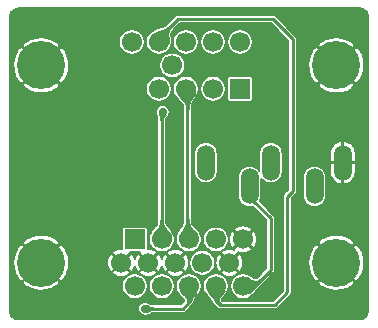
<source format=gbr>
G04 #@! TF.GenerationSoftware,KiCad,Pcbnew,(5.1.10-1-10_14)*
G04 #@! TF.CreationDate,2021-10-04T12:45:14-04:00*
G04 #@! TF.ProjectId,MVX_Audio_Separator,4d56585f-4175-4646-996f-5f5365706172,1*
G04 #@! TF.SameCoordinates,Original*
G04 #@! TF.FileFunction,Copper,L2,Bot*
G04 #@! TF.FilePolarity,Positive*
%FSLAX46Y46*%
G04 Gerber Fmt 4.6, Leading zero omitted, Abs format (unit mm)*
G04 Created by KiCad (PCBNEW (5.1.10-1-10_14)) date 2021-10-04 12:45:14*
%MOMM*%
%LPD*%
G01*
G04 APERTURE LIST*
G04 #@! TA.AperFunction,ComponentPad*
%ADD10O,1.508000X3.016000*%
G04 #@! TD*
G04 #@! TA.AperFunction,ComponentPad*
%ADD11C,1.700000*%
G04 #@! TD*
G04 #@! TA.AperFunction,ComponentPad*
%ADD12C,4.066000*%
G04 #@! TD*
G04 #@! TA.AperFunction,ComponentPad*
%ADD13R,1.700000X1.700000*%
G04 #@! TD*
G04 #@! TA.AperFunction,ViaPad*
%ADD14C,0.700000*%
G04 #@! TD*
G04 #@! TA.AperFunction,Conductor*
%ADD15C,0.250000*%
G04 #@! TD*
G04 #@! TA.AperFunction,Conductor*
%ADD16C,0.160000*%
G04 #@! TD*
G04 #@! TA.AperFunction,Conductor*
%ADD17C,0.152400*%
G04 #@! TD*
G04 #@! TA.AperFunction,Conductor*
%ADD18C,0.025400*%
G04 #@! TD*
G04 APERTURE END LIST*
D10*
X143310000Y-101160000D03*
X140910000Y-103160000D03*
X137210000Y-101160000D03*
X135410000Y-103160000D03*
X131710000Y-101160000D03*
D11*
X134845000Y-111610000D03*
X132555000Y-111610000D03*
X130265000Y-111610000D03*
X127975000Y-111610000D03*
X125685000Y-111610000D03*
X133700000Y-109630000D03*
X131410000Y-109630000D03*
X129120000Y-109630000D03*
X126830000Y-109630000D03*
X124540000Y-109630000D03*
X134845000Y-107650000D03*
X132555000Y-107650000D03*
X130265000Y-107650000D03*
X127975000Y-107650000D03*
D12*
X142760000Y-109630000D03*
X117770000Y-109630000D03*
D13*
X125685000Y-107650000D03*
D11*
X134595000Y-90940000D03*
X132305000Y-90940000D03*
X130015000Y-90940000D03*
X127725000Y-90940000D03*
X125435000Y-90940000D03*
X135740000Y-92920000D03*
X133450000Y-92920000D03*
X131160000Y-92920000D03*
X128870000Y-92920000D03*
X126580000Y-92920000D03*
D13*
X134595000Y-94900000D03*
D11*
X132305000Y-94900000D03*
X130015000Y-94900000D03*
X127725000Y-94900000D03*
D12*
X142760000Y-92920000D03*
X117770000Y-92920000D03*
D11*
X125435000Y-94900000D03*
D14*
X140730000Y-97570000D03*
X137030000Y-95130000D03*
X120720000Y-96280000D03*
X123620000Y-92810000D03*
X123620000Y-111710000D03*
X126770000Y-104580000D03*
X128990000Y-104580000D03*
X135820000Y-109590000D03*
X137400000Y-111850000D03*
X143480000Y-104690000D03*
X132740000Y-104550000D03*
X133070000Y-96920000D03*
X120720000Y-106090000D03*
X123620000Y-101430000D03*
X131410000Y-112980000D03*
X139670000Y-105510000D03*
X142800000Y-113120000D03*
X117730000Y-113120000D03*
X142800000Y-89410000D03*
X117800000Y-89410000D03*
X128060000Y-96880000D03*
X126570000Y-113520000D03*
D15*
X135690000Y-104390000D02*
X135600000Y-104390000D01*
X137180000Y-105880000D02*
X135690000Y-104390000D01*
X137180000Y-110260000D02*
X137180000Y-105880000D01*
X135830000Y-111610000D02*
X137180000Y-110260000D01*
X134845000Y-111610000D02*
X135830000Y-111610000D01*
X127960000Y-96980000D02*
X128060000Y-96880000D01*
X127960000Y-107690000D02*
X127960000Y-96980000D01*
X130140000Y-107540000D02*
X130260000Y-107660000D01*
X130140000Y-95025000D02*
X130140000Y-107540000D01*
X130015000Y-94900000D02*
X130140000Y-95025000D01*
X126570000Y-113520000D02*
X129750000Y-113520000D01*
X129750000Y-113520000D02*
X130300000Y-112970000D01*
X130300000Y-112970000D02*
X130300000Y-111670000D01*
X132920000Y-113210000D02*
X132560000Y-112850000D01*
X137530000Y-113210000D02*
X132920000Y-113210000D01*
X132560000Y-112850000D02*
X132560000Y-111630000D01*
X138610000Y-112130000D02*
X137530000Y-113210000D01*
X138610000Y-104020000D02*
X138610000Y-112130000D01*
X139050000Y-90680000D02*
X139050000Y-103580000D01*
X129360000Y-88990000D02*
X137360000Y-88990000D01*
X139050000Y-103580000D02*
X138610000Y-104020000D01*
X127725000Y-90625000D02*
X129360000Y-88990000D01*
X137360000Y-88990000D02*
X139050000Y-90680000D01*
X127725000Y-90940000D02*
X127725000Y-90625000D01*
D16*
X144867674Y-88114890D02*
X145000107Y-88154874D01*
X145122251Y-88219820D01*
X145229448Y-88307248D01*
X145317629Y-88413841D01*
X145383424Y-88535525D01*
X145424611Y-88668584D01*
X145439998Y-88806346D01*
X145440001Y-113685805D01*
X145425110Y-113837674D01*
X145385126Y-113970107D01*
X145320183Y-114092246D01*
X145232750Y-114199450D01*
X145126160Y-114287629D01*
X145004475Y-114353424D01*
X144871417Y-114394611D01*
X144733654Y-114409998D01*
X115844195Y-114410001D01*
X115692326Y-114395110D01*
X115559893Y-114355126D01*
X115437754Y-114290183D01*
X115330550Y-114202750D01*
X115242371Y-114096160D01*
X115176576Y-113974475D01*
X115135389Y-113841417D01*
X115120002Y-113703654D01*
X115120002Y-113461890D01*
X125980000Y-113461890D01*
X125980000Y-113578110D01*
X126002673Y-113692097D01*
X126047149Y-113799470D01*
X126111717Y-113896103D01*
X126193897Y-113978283D01*
X126290530Y-114042851D01*
X126397903Y-114087327D01*
X126511890Y-114110000D01*
X126628110Y-114110000D01*
X126742097Y-114087327D01*
X126849470Y-114042851D01*
X126870368Y-114028887D01*
X126892208Y-114017669D01*
X126900637Y-114013125D01*
X126952359Y-113983893D01*
X126956560Y-113981462D01*
X127001579Y-113954803D01*
X127039045Y-113933073D01*
X127068488Y-113917698D01*
X127093467Y-113907025D01*
X127119423Y-113898852D01*
X127152598Y-113892061D01*
X127198361Y-113887075D01*
X127263819Y-113885000D01*
X129732071Y-113885000D01*
X129750000Y-113886766D01*
X129767929Y-113885000D01*
X129767931Y-113885000D01*
X129821552Y-113879719D01*
X129890355Y-113858848D01*
X129953764Y-113824955D01*
X130009343Y-113779343D01*
X130020779Y-113765408D01*
X130545418Y-113240770D01*
X130559342Y-113229343D01*
X130575217Y-113210000D01*
X130604954Y-113173766D01*
X130638847Y-113110357D01*
X130643380Y-113095414D01*
X130659719Y-113041552D01*
X130663020Y-113008038D01*
X130696079Y-112943756D01*
X130701580Y-112932327D01*
X130746196Y-112832996D01*
X130746939Y-112831325D01*
X130787936Y-112738159D01*
X130829863Y-112652652D01*
X130879484Y-112569213D01*
X130945138Y-112480540D01*
X131039663Y-112376829D01*
X131111658Y-112304834D01*
X131230945Y-112126309D01*
X131313112Y-111927941D01*
X131355000Y-111717356D01*
X131355000Y-111502644D01*
X131313112Y-111292059D01*
X131230945Y-111093691D01*
X131111658Y-110915166D01*
X130959834Y-110763342D01*
X130781309Y-110644055D01*
X130582941Y-110561888D01*
X130372356Y-110520000D01*
X130157644Y-110520000D01*
X129947059Y-110561888D01*
X129748691Y-110644055D01*
X129570166Y-110763342D01*
X129418342Y-110915166D01*
X129299055Y-111093691D01*
X129216888Y-111292059D01*
X129175000Y-111502644D01*
X129175000Y-111717356D01*
X129216888Y-111927941D01*
X129299055Y-112126309D01*
X129418342Y-112304834D01*
X129437719Y-112324211D01*
X129514514Y-112417856D01*
X129525144Y-112429966D01*
X129629865Y-112541476D01*
X129632555Y-112544295D01*
X129730790Y-112645554D01*
X129808114Y-112732135D01*
X129854156Y-112797799D01*
X129868838Y-112833991D01*
X129869320Y-112848344D01*
X129857276Y-112880090D01*
X129792022Y-112961790D01*
X129598813Y-113155000D01*
X127263791Y-113155000D01*
X127198374Y-113152926D01*
X127152598Y-113147938D01*
X127119423Y-113141147D01*
X127093467Y-113132974D01*
X127068488Y-113122301D01*
X127039045Y-113106926D01*
X127001579Y-113085196D01*
X126956560Y-113058537D01*
X126952359Y-113056106D01*
X126900637Y-113026874D01*
X126892205Y-113022328D01*
X126870361Y-113011108D01*
X126849470Y-112997149D01*
X126742097Y-112952673D01*
X126628110Y-112930000D01*
X126511890Y-112930000D01*
X126397903Y-112952673D01*
X126290530Y-112997149D01*
X126193897Y-113061717D01*
X126111717Y-113143897D01*
X126047149Y-113240530D01*
X126002673Y-113347903D01*
X125980000Y-113461890D01*
X115120002Y-113461890D01*
X115120002Y-111282149D01*
X116181490Y-111282149D01*
X116410999Y-111577063D01*
X116816966Y-111804779D01*
X117259556Y-111948919D01*
X117721763Y-112003944D01*
X118185823Y-111967740D01*
X118633903Y-111841698D01*
X119048785Y-111630662D01*
X119129001Y-111577063D01*
X119186915Y-111502644D01*
X124595000Y-111502644D01*
X124595000Y-111717356D01*
X124636888Y-111927941D01*
X124719055Y-112126309D01*
X124838342Y-112304834D01*
X124990166Y-112456658D01*
X125168691Y-112575945D01*
X125367059Y-112658112D01*
X125577644Y-112700000D01*
X125792356Y-112700000D01*
X126002941Y-112658112D01*
X126201309Y-112575945D01*
X126379834Y-112456658D01*
X126531658Y-112304834D01*
X126650945Y-112126309D01*
X126733112Y-111927941D01*
X126775000Y-111717356D01*
X126775000Y-111502644D01*
X126885000Y-111502644D01*
X126885000Y-111717356D01*
X126926888Y-111927941D01*
X127009055Y-112126309D01*
X127128342Y-112304834D01*
X127280166Y-112456658D01*
X127458691Y-112575945D01*
X127657059Y-112658112D01*
X127867644Y-112700000D01*
X128082356Y-112700000D01*
X128292941Y-112658112D01*
X128491309Y-112575945D01*
X128669834Y-112456658D01*
X128821658Y-112304834D01*
X128940945Y-112126309D01*
X129023112Y-111927941D01*
X129065000Y-111717356D01*
X129065000Y-111502644D01*
X129023112Y-111292059D01*
X128940945Y-111093691D01*
X128821658Y-110915166D01*
X128669834Y-110763342D01*
X128491309Y-110644055D01*
X128292941Y-110561888D01*
X128082356Y-110520000D01*
X127867644Y-110520000D01*
X127657059Y-110561888D01*
X127458691Y-110644055D01*
X127280166Y-110763342D01*
X127128342Y-110915166D01*
X127009055Y-111093691D01*
X126926888Y-111292059D01*
X126885000Y-111502644D01*
X126775000Y-111502644D01*
X126733112Y-111292059D01*
X126650945Y-111093691D01*
X126531658Y-110915166D01*
X126379834Y-110763342D01*
X126201309Y-110644055D01*
X126002941Y-110561888D01*
X125792356Y-110520000D01*
X125577644Y-110520000D01*
X125367059Y-110561888D01*
X125168691Y-110644055D01*
X124990166Y-110763342D01*
X124838342Y-110915166D01*
X124719055Y-111093691D01*
X124636888Y-111292059D01*
X124595000Y-111502644D01*
X119186915Y-111502644D01*
X119358510Y-111282149D01*
X117770000Y-109693640D01*
X116181490Y-111282149D01*
X115120002Y-111282149D01*
X115120002Y-109581763D01*
X115396056Y-109581763D01*
X115432260Y-110045823D01*
X115558302Y-110493903D01*
X115769338Y-110908785D01*
X115822937Y-110989001D01*
X116117851Y-111218510D01*
X117706360Y-109630000D01*
X117833640Y-109630000D01*
X119422149Y-111218510D01*
X119717063Y-110989001D01*
X119944779Y-110583034D01*
X119990951Y-110441258D01*
X123792382Y-110441258D01*
X123879965Y-110615019D01*
X124084814Y-110724859D01*
X124307157Y-110792624D01*
X124538447Y-110815709D01*
X124769797Y-110793229D01*
X124992316Y-110726047D01*
X125197453Y-110616744D01*
X125200035Y-110615019D01*
X125287618Y-110441258D01*
X126082382Y-110441258D01*
X126169965Y-110615019D01*
X126374814Y-110724859D01*
X126597157Y-110792624D01*
X126828447Y-110815709D01*
X127059797Y-110793229D01*
X127282316Y-110726047D01*
X127487453Y-110616744D01*
X127490035Y-110615019D01*
X127577618Y-110441258D01*
X128372382Y-110441258D01*
X128459965Y-110615019D01*
X128664814Y-110724859D01*
X128887157Y-110792624D01*
X129118447Y-110815709D01*
X129349797Y-110793229D01*
X129572316Y-110726047D01*
X129777453Y-110616744D01*
X129780035Y-110615019D01*
X129867618Y-110441258D01*
X129120000Y-109693640D01*
X128372382Y-110441258D01*
X127577618Y-110441258D01*
X126830000Y-109693640D01*
X126082382Y-110441258D01*
X125287618Y-110441258D01*
X124540000Y-109693640D01*
X123792382Y-110441258D01*
X119990951Y-110441258D01*
X120088919Y-110140444D01*
X120143944Y-109678237D01*
X120140060Y-109628447D01*
X123354291Y-109628447D01*
X123376771Y-109859797D01*
X123443953Y-110082316D01*
X123553256Y-110287453D01*
X123554981Y-110290035D01*
X123728742Y-110377618D01*
X124476360Y-109630000D01*
X124603640Y-109630000D01*
X125351258Y-110377618D01*
X125525019Y-110290035D01*
X125634859Y-110085186D01*
X125685075Y-109920423D01*
X125733953Y-110082316D01*
X125843256Y-110287453D01*
X125844981Y-110290035D01*
X126018742Y-110377618D01*
X126766360Y-109630000D01*
X126893640Y-109630000D01*
X127641258Y-110377618D01*
X127815019Y-110290035D01*
X127924859Y-110085186D01*
X127975075Y-109920423D01*
X128023953Y-110082316D01*
X128133256Y-110287453D01*
X128134981Y-110290035D01*
X128308742Y-110377618D01*
X129056360Y-109630000D01*
X129183640Y-109630000D01*
X129931258Y-110377618D01*
X130105019Y-110290035D01*
X130214859Y-110085186D01*
X130282624Y-109862843D01*
X130305709Y-109631553D01*
X130295127Y-109522644D01*
X130320000Y-109522644D01*
X130320000Y-109737356D01*
X130361888Y-109947941D01*
X130444055Y-110146309D01*
X130563342Y-110324834D01*
X130715166Y-110476658D01*
X130893691Y-110595945D01*
X131092059Y-110678112D01*
X131302644Y-110720000D01*
X131517356Y-110720000D01*
X131727941Y-110678112D01*
X131926309Y-110595945D01*
X132104834Y-110476658D01*
X132140234Y-110441258D01*
X132952382Y-110441258D01*
X133039965Y-110615019D01*
X133244814Y-110724859D01*
X133467157Y-110792624D01*
X133698447Y-110815709D01*
X133929797Y-110793229D01*
X134152316Y-110726047D01*
X134357453Y-110616744D01*
X134360035Y-110615019D01*
X134447618Y-110441258D01*
X133700000Y-109693640D01*
X132952382Y-110441258D01*
X132140234Y-110441258D01*
X132256658Y-110324834D01*
X132375945Y-110146309D01*
X132458112Y-109947941D01*
X132500000Y-109737356D01*
X132500000Y-109628447D01*
X132514291Y-109628447D01*
X132536771Y-109859797D01*
X132603953Y-110082316D01*
X132713256Y-110287453D01*
X132714981Y-110290035D01*
X132888742Y-110377618D01*
X133636360Y-109630000D01*
X133763640Y-109630000D01*
X134511258Y-110377618D01*
X134685019Y-110290035D01*
X134794859Y-110085186D01*
X134862624Y-109862843D01*
X134885709Y-109631553D01*
X134863229Y-109400203D01*
X134796047Y-109177684D01*
X134686744Y-108972547D01*
X134685019Y-108969965D01*
X134511258Y-108882382D01*
X133763640Y-109630000D01*
X133636360Y-109630000D01*
X132888742Y-108882382D01*
X132714981Y-108969965D01*
X132605141Y-109174814D01*
X132537376Y-109397157D01*
X132514291Y-109628447D01*
X132500000Y-109628447D01*
X132500000Y-109522644D01*
X132458112Y-109312059D01*
X132375945Y-109113691D01*
X132256658Y-108935166D01*
X132140234Y-108818742D01*
X132952382Y-108818742D01*
X133700000Y-109566360D01*
X134447618Y-108818742D01*
X134414110Y-108752264D01*
X134612157Y-108812624D01*
X134843447Y-108835709D01*
X135074797Y-108813229D01*
X135297316Y-108746047D01*
X135502453Y-108636744D01*
X135505035Y-108635019D01*
X135592618Y-108461258D01*
X134845000Y-107713640D01*
X134097382Y-108461258D01*
X134130890Y-108527736D01*
X133932843Y-108467376D01*
X133701553Y-108444291D01*
X133470203Y-108466771D01*
X133247684Y-108533953D01*
X133042547Y-108643256D01*
X133039965Y-108644981D01*
X132952382Y-108818742D01*
X132140234Y-108818742D01*
X132104834Y-108783342D01*
X131926309Y-108664055D01*
X131727941Y-108581888D01*
X131517356Y-108540000D01*
X131302644Y-108540000D01*
X131092059Y-108581888D01*
X130893691Y-108664055D01*
X130715166Y-108783342D01*
X130563342Y-108935166D01*
X130444055Y-109113691D01*
X130361888Y-109312059D01*
X130320000Y-109522644D01*
X130295127Y-109522644D01*
X130283229Y-109400203D01*
X130216047Y-109177684D01*
X130106744Y-108972547D01*
X130105019Y-108969965D01*
X129931258Y-108882382D01*
X129183640Y-109630000D01*
X129056360Y-109630000D01*
X128308742Y-108882382D01*
X128134981Y-108969965D01*
X128025141Y-109174814D01*
X127974925Y-109339577D01*
X127926047Y-109177684D01*
X127816744Y-108972547D01*
X127815019Y-108969965D01*
X127641258Y-108882382D01*
X126893640Y-109630000D01*
X126766360Y-109630000D01*
X126018742Y-108882382D01*
X125844981Y-108969965D01*
X125735141Y-109174814D01*
X125684925Y-109339577D01*
X125636047Y-109177684D01*
X125526744Y-108972547D01*
X125525019Y-108969965D01*
X125351258Y-108882382D01*
X124603640Y-109630000D01*
X124476360Y-109630000D01*
X123728742Y-108882382D01*
X123554981Y-108969965D01*
X123445141Y-109174814D01*
X123377376Y-109397157D01*
X123354291Y-109628447D01*
X120140060Y-109628447D01*
X120107740Y-109214177D01*
X119996507Y-108818742D01*
X123792382Y-108818742D01*
X124540000Y-109566360D01*
X125287618Y-108818742D01*
X125248514Y-108741161D01*
X126121486Y-108741161D01*
X126082382Y-108818742D01*
X126830000Y-109566360D01*
X127577618Y-108818742D01*
X128372382Y-108818742D01*
X129120000Y-109566360D01*
X129867618Y-108818742D01*
X129780035Y-108644981D01*
X129575186Y-108535141D01*
X129352843Y-108467376D01*
X129121553Y-108444291D01*
X128890203Y-108466771D01*
X128667684Y-108533953D01*
X128462547Y-108643256D01*
X128459965Y-108644981D01*
X128372382Y-108818742D01*
X127577618Y-108818742D01*
X127490035Y-108644981D01*
X127285186Y-108535141D01*
X127062843Y-108467376D01*
X126831553Y-108444291D01*
X126776161Y-108449673D01*
X126776161Y-107542644D01*
X126885000Y-107542644D01*
X126885000Y-107757356D01*
X126926888Y-107967941D01*
X127009055Y-108166309D01*
X127128342Y-108344834D01*
X127280166Y-108496658D01*
X127458691Y-108615945D01*
X127657059Y-108698112D01*
X127867644Y-108740000D01*
X128082356Y-108740000D01*
X128292941Y-108698112D01*
X128491309Y-108615945D01*
X128669834Y-108496658D01*
X128821658Y-108344834D01*
X128940945Y-108166309D01*
X129023112Y-107967941D01*
X129065000Y-107757356D01*
X129065000Y-107542644D01*
X129023112Y-107332059D01*
X128940945Y-107133691D01*
X128893479Y-107062654D01*
X128854021Y-106993759D01*
X128841576Y-106974271D01*
X128752288Y-106848274D01*
X128741539Y-106834233D01*
X128652783Y-106726739D01*
X128647435Y-106720483D01*
X128563363Y-106625493D01*
X128491189Y-106540798D01*
X128434648Y-106462901D01*
X128391148Y-106382940D01*
X128357547Y-106288160D01*
X128334265Y-106164251D01*
X128325000Y-105993486D01*
X128325000Y-97574493D01*
X128327055Y-97519493D01*
X128331587Y-97484778D01*
X128336978Y-97463329D01*
X128342407Y-97449746D01*
X128349437Y-97437358D01*
X128361599Y-97420789D01*
X128382102Y-97397232D01*
X128412156Y-97365641D01*
X128449627Y-97326995D01*
X128452533Y-97323945D01*
X128483184Y-97291202D01*
X128518283Y-97256103D01*
X128582851Y-97159470D01*
X128627327Y-97052097D01*
X128650000Y-96938110D01*
X128650000Y-96821890D01*
X128627327Y-96707903D01*
X128582851Y-96600530D01*
X128518283Y-96503897D01*
X128436103Y-96421717D01*
X128339470Y-96357149D01*
X128232097Y-96312673D01*
X128118110Y-96290000D01*
X128001890Y-96290000D01*
X127887903Y-96312673D01*
X127780530Y-96357149D01*
X127683897Y-96421717D01*
X127601717Y-96503897D01*
X127537149Y-96600530D01*
X127492673Y-96707903D01*
X127470000Y-96821890D01*
X127470000Y-96938110D01*
X127483859Y-97007786D01*
X127493257Y-97056828D01*
X127495723Y-97068200D01*
X127511157Y-97131869D01*
X127513591Y-97141103D01*
X127529603Y-97197291D01*
X127531067Y-97202227D01*
X127546853Y-97253428D01*
X127560807Y-97299466D01*
X127572029Y-97341359D01*
X127581050Y-97384126D01*
X127588172Y-97433246D01*
X127593073Y-97493896D01*
X127595001Y-97572974D01*
X127595000Y-105993554D01*
X127585677Y-106167188D01*
X127562184Y-106294005D01*
X127528200Y-106391734D01*
X127484241Y-106474652D01*
X127427496Y-106555525D01*
X127355689Y-106643498D01*
X127273264Y-106741683D01*
X127267402Y-106748948D01*
X127181463Y-106859802D01*
X127170650Y-106874924D01*
X127085090Y-107004953D01*
X127073059Y-107025366D01*
X127042424Y-107083751D01*
X127009055Y-107133691D01*
X126926888Y-107332059D01*
X126885000Y-107542644D01*
X126776161Y-107542644D01*
X126776161Y-106800000D01*
X126771527Y-106752952D01*
X126757804Y-106707712D01*
X126735518Y-106666018D01*
X126705527Y-106629473D01*
X126668982Y-106599482D01*
X126627288Y-106577196D01*
X126582048Y-106563473D01*
X126535000Y-106558839D01*
X124835000Y-106558839D01*
X124787952Y-106563473D01*
X124742712Y-106577196D01*
X124701018Y-106599482D01*
X124664473Y-106629473D01*
X124634482Y-106666018D01*
X124612196Y-106707712D01*
X124598473Y-106752952D01*
X124593839Y-106800000D01*
X124593839Y-108449510D01*
X124541553Y-108444291D01*
X124310203Y-108466771D01*
X124087684Y-108533953D01*
X123882547Y-108643256D01*
X123879965Y-108644981D01*
X123792382Y-108818742D01*
X119996507Y-108818742D01*
X119981698Y-108766097D01*
X119770662Y-108351215D01*
X119717063Y-108270999D01*
X119422149Y-108041490D01*
X117833640Y-109630000D01*
X117706360Y-109630000D01*
X116117851Y-108041490D01*
X115822937Y-108270999D01*
X115595221Y-108676966D01*
X115451081Y-109119556D01*
X115396056Y-109581763D01*
X115120002Y-109581763D01*
X115120002Y-107977851D01*
X116181490Y-107977851D01*
X117770000Y-109566360D01*
X119358510Y-107977851D01*
X119129001Y-107682937D01*
X118723034Y-107455221D01*
X118280444Y-107311081D01*
X117818237Y-107256056D01*
X117354177Y-107292260D01*
X116906097Y-107418302D01*
X116491215Y-107629338D01*
X116410999Y-107682937D01*
X116181490Y-107977851D01*
X115120002Y-107977851D01*
X115120001Y-94572149D01*
X116181490Y-94572149D01*
X116410999Y-94867063D01*
X116816966Y-95094779D01*
X117259556Y-95238919D01*
X117721763Y-95293944D01*
X118185823Y-95257740D01*
X118633903Y-95131698D01*
X119048785Y-94920662D01*
X119129001Y-94867063D01*
X119186915Y-94792644D01*
X126635000Y-94792644D01*
X126635000Y-95007356D01*
X126676888Y-95217941D01*
X126759055Y-95416309D01*
X126878342Y-95594834D01*
X127030166Y-95746658D01*
X127208691Y-95865945D01*
X127407059Y-95948112D01*
X127617644Y-95990000D01*
X127832356Y-95990000D01*
X128042941Y-95948112D01*
X128241309Y-95865945D01*
X128419834Y-95746658D01*
X128571658Y-95594834D01*
X128690945Y-95416309D01*
X128773112Y-95217941D01*
X128815000Y-95007356D01*
X128815000Y-94792644D01*
X128925000Y-94792644D01*
X128925000Y-95007356D01*
X128966888Y-95217941D01*
X129049055Y-95416309D01*
X129168342Y-95594834D01*
X129193226Y-95619718D01*
X129224780Y-95661887D01*
X129237002Y-95676916D01*
X129339609Y-95793168D01*
X129348514Y-95802720D01*
X129447094Y-95902859D01*
X129449446Y-95905215D01*
X129538571Y-95993272D01*
X129611611Y-96071214D01*
X129667586Y-96143775D01*
X129710176Y-96219461D01*
X129743099Y-96311075D01*
X129765947Y-96432786D01*
X129775000Y-96601439D01*
X129775001Y-105944209D01*
X129765778Y-106135934D01*
X129742067Y-106281015D01*
X129707325Y-106396525D01*
X129662741Y-106496106D01*
X129607055Y-106592638D01*
X129539446Y-106696225D01*
X129465030Y-106810124D01*
X129458973Y-106819897D01*
X129384459Y-106946835D01*
X129375288Y-106964021D01*
X129303705Y-107112351D01*
X129294652Y-107133682D01*
X129259153Y-107230022D01*
X129216888Y-107332059D01*
X129175000Y-107542644D01*
X129175000Y-107757356D01*
X129216888Y-107967941D01*
X129299055Y-108166309D01*
X129418342Y-108344834D01*
X129570166Y-108496658D01*
X129748691Y-108615945D01*
X129947059Y-108698112D01*
X130157644Y-108740000D01*
X130372356Y-108740000D01*
X130582941Y-108698112D01*
X130781309Y-108615945D01*
X130959834Y-108496658D01*
X131111658Y-108344834D01*
X131230945Y-108166309D01*
X131313112Y-107967941D01*
X131355000Y-107757356D01*
X131355000Y-107542644D01*
X131465000Y-107542644D01*
X131465000Y-107757356D01*
X131506888Y-107967941D01*
X131589055Y-108166309D01*
X131708342Y-108344834D01*
X131860166Y-108496658D01*
X132038691Y-108615945D01*
X132237059Y-108698112D01*
X132447644Y-108740000D01*
X132662356Y-108740000D01*
X132872941Y-108698112D01*
X133071309Y-108615945D01*
X133249834Y-108496658D01*
X133401658Y-108344834D01*
X133520945Y-108166309D01*
X133603112Y-107967941D01*
X133645000Y-107757356D01*
X133645000Y-107648447D01*
X133659291Y-107648447D01*
X133681771Y-107879797D01*
X133748953Y-108102316D01*
X133858256Y-108307453D01*
X133859981Y-108310035D01*
X134033742Y-108397618D01*
X134781360Y-107650000D01*
X134908640Y-107650000D01*
X135656258Y-108397618D01*
X135830019Y-108310035D01*
X135939859Y-108105186D01*
X136007624Y-107882843D01*
X136030709Y-107651553D01*
X136008229Y-107420203D01*
X135941047Y-107197684D01*
X135831744Y-106992547D01*
X135830019Y-106989965D01*
X135656258Y-106902382D01*
X134908640Y-107650000D01*
X134781360Y-107650000D01*
X134033742Y-106902382D01*
X133859981Y-106989965D01*
X133750141Y-107194814D01*
X133682376Y-107417157D01*
X133659291Y-107648447D01*
X133645000Y-107648447D01*
X133645000Y-107542644D01*
X133603112Y-107332059D01*
X133520945Y-107133691D01*
X133401658Y-106955166D01*
X133285234Y-106838742D01*
X134097382Y-106838742D01*
X134845000Y-107586360D01*
X135592618Y-106838742D01*
X135505035Y-106664981D01*
X135300186Y-106555141D01*
X135077843Y-106487376D01*
X134846553Y-106464291D01*
X134615203Y-106486771D01*
X134392684Y-106553953D01*
X134187547Y-106663256D01*
X134184965Y-106664981D01*
X134097382Y-106838742D01*
X133285234Y-106838742D01*
X133249834Y-106803342D01*
X133071309Y-106684055D01*
X132872941Y-106601888D01*
X132662356Y-106560000D01*
X132447644Y-106560000D01*
X132237059Y-106601888D01*
X132038691Y-106684055D01*
X131860166Y-106803342D01*
X131708342Y-106955166D01*
X131589055Y-107133691D01*
X131506888Y-107332059D01*
X131465000Y-107542644D01*
X131355000Y-107542644D01*
X131313112Y-107332059D01*
X131230945Y-107133691D01*
X131111658Y-106955166D01*
X131087288Y-106930796D01*
X131055577Y-106888318D01*
X131043455Y-106873369D01*
X130940701Y-106756564D01*
X130931888Y-106747075D01*
X130833216Y-106646421D01*
X130830924Y-106644115D01*
X130741760Y-106555592D01*
X130668690Y-106477207D01*
X130612639Y-106404157D01*
X130569945Y-106327884D01*
X130536936Y-106235562D01*
X130514052Y-106113062D01*
X130505000Y-105943601D01*
X130505000Y-101962825D01*
X130716000Y-101962825D01*
X130730383Y-102108857D01*
X130787221Y-102296227D01*
X130879521Y-102468909D01*
X131003735Y-102620265D01*
X131155091Y-102744479D01*
X131327772Y-102836779D01*
X131515142Y-102893617D01*
X131710000Y-102912809D01*
X131904857Y-102893617D01*
X132092227Y-102836779D01*
X132264909Y-102744479D01*
X132416265Y-102620265D01*
X132540479Y-102468909D01*
X132632779Y-102296228D01*
X132689617Y-102108858D01*
X132704000Y-101962826D01*
X132704000Y-100357174D01*
X132689617Y-100211142D01*
X132632779Y-100023772D01*
X132540479Y-99851091D01*
X132416265Y-99699735D01*
X132264909Y-99575521D01*
X132092228Y-99483221D01*
X131904858Y-99426383D01*
X131710000Y-99407191D01*
X131515143Y-99426383D01*
X131327773Y-99483221D01*
X131155092Y-99575521D01*
X131003736Y-99699735D01*
X130879522Y-99851091D01*
X130787222Y-100023772D01*
X130730384Y-100211142D01*
X130716001Y-100357174D01*
X130716000Y-101962825D01*
X130505000Y-101962825D01*
X130505000Y-96600793D01*
X130514243Y-96409787D01*
X130537994Y-96265347D01*
X130572767Y-96150423D01*
X130617394Y-96051324D01*
X130673164Y-95955171D01*
X130740929Y-95851845D01*
X130815383Y-95738323D01*
X130821534Y-95728428D01*
X130896012Y-95601875D01*
X130905287Y-95584527D01*
X130976734Y-95436598D01*
X130985858Y-95415092D01*
X131020908Y-95319830D01*
X131063112Y-95217941D01*
X131105000Y-95007356D01*
X131105000Y-94792644D01*
X131215000Y-94792644D01*
X131215000Y-95007356D01*
X131256888Y-95217941D01*
X131339055Y-95416309D01*
X131458342Y-95594834D01*
X131610166Y-95746658D01*
X131788691Y-95865945D01*
X131987059Y-95948112D01*
X132197644Y-95990000D01*
X132412356Y-95990000D01*
X132622941Y-95948112D01*
X132821309Y-95865945D01*
X132999834Y-95746658D01*
X133151658Y-95594834D01*
X133270945Y-95416309D01*
X133353112Y-95217941D01*
X133395000Y-95007356D01*
X133395000Y-94792644D01*
X133353112Y-94582059D01*
X133270945Y-94383691D01*
X133151658Y-94205166D01*
X132999834Y-94053342D01*
X132994833Y-94050000D01*
X133503839Y-94050000D01*
X133503839Y-95750000D01*
X133508473Y-95797048D01*
X133522196Y-95842288D01*
X133544482Y-95883982D01*
X133574473Y-95920527D01*
X133611018Y-95950518D01*
X133652712Y-95972804D01*
X133697952Y-95986527D01*
X133745000Y-95991161D01*
X135445000Y-95991161D01*
X135492048Y-95986527D01*
X135537288Y-95972804D01*
X135578982Y-95950518D01*
X135615527Y-95920527D01*
X135645518Y-95883982D01*
X135667804Y-95842288D01*
X135681527Y-95797048D01*
X135686161Y-95750000D01*
X135686161Y-94050000D01*
X135681527Y-94002952D01*
X135667804Y-93957712D01*
X135645518Y-93916018D01*
X135615527Y-93879473D01*
X135578982Y-93849482D01*
X135537288Y-93827196D01*
X135492048Y-93813473D01*
X135445000Y-93808839D01*
X133745000Y-93808839D01*
X133697952Y-93813473D01*
X133652712Y-93827196D01*
X133611018Y-93849482D01*
X133574473Y-93879473D01*
X133544482Y-93916018D01*
X133522196Y-93957712D01*
X133508473Y-94002952D01*
X133503839Y-94050000D01*
X132994833Y-94050000D01*
X132821309Y-93934055D01*
X132622941Y-93851888D01*
X132412356Y-93810000D01*
X132197644Y-93810000D01*
X131987059Y-93851888D01*
X131788691Y-93934055D01*
X131610166Y-94053342D01*
X131458342Y-94205166D01*
X131339055Y-94383691D01*
X131256888Y-94582059D01*
X131215000Y-94792644D01*
X131105000Y-94792644D01*
X131063112Y-94582059D01*
X130980945Y-94383691D01*
X130861658Y-94205166D01*
X130709834Y-94053342D01*
X130531309Y-93934055D01*
X130332941Y-93851888D01*
X130122356Y-93810000D01*
X129907644Y-93810000D01*
X129697059Y-93851888D01*
X129498691Y-93934055D01*
X129320166Y-94053342D01*
X129168342Y-94205166D01*
X129049055Y-94383691D01*
X128966888Y-94582059D01*
X128925000Y-94792644D01*
X128815000Y-94792644D01*
X128773112Y-94582059D01*
X128690945Y-94383691D01*
X128571658Y-94205166D01*
X128419834Y-94053342D01*
X128241309Y-93934055D01*
X128042941Y-93851888D01*
X127832356Y-93810000D01*
X127617644Y-93810000D01*
X127407059Y-93851888D01*
X127208691Y-93934055D01*
X127030166Y-94053342D01*
X126878342Y-94205166D01*
X126759055Y-94383691D01*
X126676888Y-94582059D01*
X126635000Y-94792644D01*
X119186915Y-94792644D01*
X119358510Y-94572149D01*
X117770000Y-92983640D01*
X116181490Y-94572149D01*
X115120001Y-94572149D01*
X115120000Y-92871763D01*
X115396056Y-92871763D01*
X115432260Y-93335823D01*
X115558302Y-93783903D01*
X115769338Y-94198785D01*
X115822937Y-94279001D01*
X116117851Y-94508510D01*
X117706360Y-92920000D01*
X117833640Y-92920000D01*
X119422149Y-94508510D01*
X119717063Y-94279001D01*
X119944779Y-93873034D01*
X120088919Y-93430444D01*
X120143944Y-92968237D01*
X120131806Y-92812644D01*
X127780000Y-92812644D01*
X127780000Y-93027356D01*
X127821888Y-93237941D01*
X127904055Y-93436309D01*
X128023342Y-93614834D01*
X128175166Y-93766658D01*
X128353691Y-93885945D01*
X128552059Y-93968112D01*
X128762644Y-94010000D01*
X128977356Y-94010000D01*
X129187941Y-93968112D01*
X129386309Y-93885945D01*
X129564834Y-93766658D01*
X129716658Y-93614834D01*
X129835945Y-93436309D01*
X129918112Y-93237941D01*
X129960000Y-93027356D01*
X129960000Y-92812644D01*
X129918112Y-92602059D01*
X129835945Y-92403691D01*
X129716658Y-92225166D01*
X129564834Y-92073342D01*
X129386309Y-91954055D01*
X129187941Y-91871888D01*
X128977356Y-91830000D01*
X128762644Y-91830000D01*
X128552059Y-91871888D01*
X128353691Y-91954055D01*
X128175166Y-92073342D01*
X128023342Y-92225166D01*
X127904055Y-92403691D01*
X127821888Y-92602059D01*
X127780000Y-92812644D01*
X120131806Y-92812644D01*
X120107740Y-92504177D01*
X119981698Y-92056097D01*
X119770662Y-91641215D01*
X119717063Y-91560999D01*
X119422149Y-91331490D01*
X117833640Y-92920000D01*
X117706360Y-92920000D01*
X116117851Y-91331490D01*
X115822937Y-91560999D01*
X115595221Y-91966966D01*
X115451081Y-92409556D01*
X115396056Y-92871763D01*
X115120000Y-92871763D01*
X115120000Y-91267851D01*
X116181490Y-91267851D01*
X117770000Y-92856360D01*
X119358510Y-91267851D01*
X119129001Y-90972937D01*
X118878890Y-90832644D01*
X124345000Y-90832644D01*
X124345000Y-91047356D01*
X124386888Y-91257941D01*
X124469055Y-91456309D01*
X124588342Y-91634834D01*
X124740166Y-91786658D01*
X124918691Y-91905945D01*
X125117059Y-91988112D01*
X125327644Y-92030000D01*
X125542356Y-92030000D01*
X125752941Y-91988112D01*
X125951309Y-91905945D01*
X126129834Y-91786658D01*
X126281658Y-91634834D01*
X126400945Y-91456309D01*
X126483112Y-91257941D01*
X126525000Y-91047356D01*
X126525000Y-90832644D01*
X126635000Y-90832644D01*
X126635000Y-91047356D01*
X126676888Y-91257941D01*
X126759055Y-91456309D01*
X126878342Y-91634834D01*
X127030166Y-91786658D01*
X127208691Y-91905945D01*
X127407059Y-91988112D01*
X127617644Y-92030000D01*
X127832356Y-92030000D01*
X128042941Y-91988112D01*
X128241309Y-91905945D01*
X128419834Y-91786658D01*
X128571658Y-91634834D01*
X128690945Y-91456309D01*
X128773112Y-91257941D01*
X128815000Y-91047356D01*
X128815000Y-90928871D01*
X128817527Y-90839084D01*
X128817476Y-90832644D01*
X128925000Y-90832644D01*
X128925000Y-91047356D01*
X128966888Y-91257941D01*
X129049055Y-91456309D01*
X129168342Y-91634834D01*
X129320166Y-91786658D01*
X129498691Y-91905945D01*
X129697059Y-91988112D01*
X129907644Y-92030000D01*
X130122356Y-92030000D01*
X130332941Y-91988112D01*
X130531309Y-91905945D01*
X130709834Y-91786658D01*
X130861658Y-91634834D01*
X130980945Y-91456309D01*
X131063112Y-91257941D01*
X131105000Y-91047356D01*
X131105000Y-90832644D01*
X131215000Y-90832644D01*
X131215000Y-91047356D01*
X131256888Y-91257941D01*
X131339055Y-91456309D01*
X131458342Y-91634834D01*
X131610166Y-91786658D01*
X131788691Y-91905945D01*
X131987059Y-91988112D01*
X132197644Y-92030000D01*
X132412356Y-92030000D01*
X132622941Y-91988112D01*
X132821309Y-91905945D01*
X132999834Y-91786658D01*
X133151658Y-91634834D01*
X133270945Y-91456309D01*
X133353112Y-91257941D01*
X133395000Y-91047356D01*
X133395000Y-90832644D01*
X133505000Y-90832644D01*
X133505000Y-91047356D01*
X133546888Y-91257941D01*
X133629055Y-91456309D01*
X133748342Y-91634834D01*
X133900166Y-91786658D01*
X134078691Y-91905945D01*
X134277059Y-91988112D01*
X134487644Y-92030000D01*
X134702356Y-92030000D01*
X134912941Y-91988112D01*
X135111309Y-91905945D01*
X135289834Y-91786658D01*
X135441658Y-91634834D01*
X135560945Y-91456309D01*
X135643112Y-91257941D01*
X135685000Y-91047356D01*
X135685000Y-90832644D01*
X135643112Y-90622059D01*
X135560945Y-90423691D01*
X135441658Y-90245166D01*
X135289834Y-90093342D01*
X135111309Y-89974055D01*
X134912941Y-89891888D01*
X134702356Y-89850000D01*
X134487644Y-89850000D01*
X134277059Y-89891888D01*
X134078691Y-89974055D01*
X133900166Y-90093342D01*
X133748342Y-90245166D01*
X133629055Y-90423691D01*
X133546888Y-90622059D01*
X133505000Y-90832644D01*
X133395000Y-90832644D01*
X133353112Y-90622059D01*
X133270945Y-90423691D01*
X133151658Y-90245166D01*
X132999834Y-90093342D01*
X132821309Y-89974055D01*
X132622941Y-89891888D01*
X132412356Y-89850000D01*
X132197644Y-89850000D01*
X131987059Y-89891888D01*
X131788691Y-89974055D01*
X131610166Y-90093342D01*
X131458342Y-90245166D01*
X131339055Y-90423691D01*
X131256888Y-90622059D01*
X131215000Y-90832644D01*
X131105000Y-90832644D01*
X131063112Y-90622059D01*
X130980945Y-90423691D01*
X130861658Y-90245166D01*
X130709834Y-90093342D01*
X130531309Y-89974055D01*
X130332941Y-89891888D01*
X130122356Y-89850000D01*
X129907644Y-89850000D01*
X129697059Y-89891888D01*
X129498691Y-89974055D01*
X129320166Y-90093342D01*
X129168342Y-90245166D01*
X129049055Y-90423691D01*
X128966888Y-90622059D01*
X128925000Y-90832644D01*
X128817476Y-90832644D01*
X128817389Y-90821758D01*
X128810770Y-90671670D01*
X128810100Y-90661439D01*
X128798226Y-90524982D01*
X128798213Y-90524836D01*
X128787702Y-90404888D01*
X128784211Y-90305120D01*
X128790532Y-90221699D01*
X128808712Y-90145994D01*
X128844327Y-90065831D01*
X128907589Y-89971208D01*
X129013188Y-89852999D01*
X129511187Y-89355000D01*
X137208813Y-89355000D01*
X138685000Y-90831188D01*
X138685001Y-103428811D01*
X138364588Y-103749225D01*
X138350657Y-103760658D01*
X138305045Y-103816237D01*
X138271152Y-103879646D01*
X138250281Y-103948449D01*
X138245000Y-104002069D01*
X138243234Y-104020000D01*
X138245000Y-104037929D01*
X138245001Y-111978811D01*
X137378813Y-112845000D01*
X133086458Y-112845000D01*
X133085148Y-112843385D01*
X133068274Y-112803575D01*
X133067208Y-112781268D01*
X133077884Y-112744165D01*
X133113141Y-112680595D01*
X133175483Y-112595425D01*
X133257856Y-112493933D01*
X133259025Y-112492482D01*
X133348952Y-112379908D01*
X133357220Y-112368927D01*
X133443308Y-112247506D01*
X133456701Y-112226359D01*
X133470582Y-112201683D01*
X133520945Y-112126309D01*
X133603112Y-111927941D01*
X133645000Y-111717356D01*
X133645000Y-111502644D01*
X133755000Y-111502644D01*
X133755000Y-111717356D01*
X133796888Y-111927941D01*
X133879055Y-112126309D01*
X133998342Y-112304834D01*
X134150166Y-112456658D01*
X134328691Y-112575945D01*
X134527059Y-112658112D01*
X134737644Y-112700000D01*
X134952356Y-112700000D01*
X135162941Y-112658112D01*
X135361309Y-112575945D01*
X135539834Y-112456658D01*
X135691658Y-112304834D01*
X135693105Y-112302668D01*
X135737508Y-112257851D01*
X135739214Y-112256111D01*
X135841223Y-112151038D01*
X135842910Y-112149283D01*
X135931133Y-112056546D01*
X135932504Y-112055093D01*
X136012122Y-111969994D01*
X136012840Y-111969223D01*
X136088899Y-111887209D01*
X136166336Y-111803846D01*
X136250128Y-111714644D01*
X136345678Y-111614647D01*
X136458352Y-111498954D01*
X136593961Y-111362227D01*
X137425418Y-110530770D01*
X137439342Y-110519343D01*
X137450772Y-110505416D01*
X137484954Y-110463766D01*
X137518847Y-110400356D01*
X137518848Y-110400355D01*
X137539719Y-110331552D01*
X137545000Y-110277931D01*
X137545000Y-110277930D01*
X137546766Y-110260001D01*
X137545000Y-110242072D01*
X137545000Y-105897928D01*
X137546766Y-105879999D01*
X137545000Y-105862069D01*
X137539719Y-105808448D01*
X137518848Y-105739645D01*
X137484955Y-105676236D01*
X137439343Y-105620657D01*
X137425408Y-105609221D01*
X136256020Y-104439833D01*
X136332779Y-104296228D01*
X136389617Y-104108858D01*
X136404000Y-103962826D01*
X136404000Y-102498737D01*
X136503735Y-102620265D01*
X136655091Y-102744479D01*
X136827772Y-102836779D01*
X137015142Y-102893617D01*
X137210000Y-102912809D01*
X137404857Y-102893617D01*
X137592227Y-102836779D01*
X137764909Y-102744479D01*
X137916265Y-102620265D01*
X138040479Y-102468909D01*
X138132779Y-102296228D01*
X138189617Y-102108858D01*
X138204000Y-101962826D01*
X138204000Y-100357174D01*
X138189617Y-100211142D01*
X138132779Y-100023772D01*
X138040479Y-99851091D01*
X137916265Y-99699735D01*
X137764909Y-99575521D01*
X137592228Y-99483221D01*
X137404858Y-99426383D01*
X137210000Y-99407191D01*
X137015143Y-99426383D01*
X136827773Y-99483221D01*
X136655092Y-99575521D01*
X136503736Y-99699735D01*
X136379522Y-99851091D01*
X136287222Y-100023772D01*
X136230384Y-100211142D01*
X136216001Y-100357174D01*
X136216000Y-101821263D01*
X136116265Y-101699735D01*
X135964909Y-101575521D01*
X135792228Y-101483221D01*
X135604858Y-101426383D01*
X135410000Y-101407191D01*
X135215143Y-101426383D01*
X135027773Y-101483221D01*
X134855092Y-101575521D01*
X134703736Y-101699735D01*
X134579522Y-101851091D01*
X134487222Y-102023772D01*
X134430384Y-102211142D01*
X134416001Y-102357174D01*
X134416000Y-103962825D01*
X134430383Y-104108857D01*
X134487221Y-104296227D01*
X134579521Y-104468909D01*
X134703735Y-104620265D01*
X134855091Y-104744479D01*
X135027772Y-104836779D01*
X135215142Y-104893617D01*
X135410000Y-104912809D01*
X135604857Y-104893617D01*
X135660539Y-104876726D01*
X136815001Y-106031188D01*
X136815000Y-110108812D01*
X136084771Y-110839042D01*
X136005395Y-110905846D01*
X135956176Y-110931460D01*
X135923096Y-110938424D01*
X135887580Y-110935953D01*
X135835212Y-110920111D01*
X135763581Y-110886078D01*
X135675220Y-110834765D01*
X135573304Y-110771570D01*
X135570302Y-110769739D01*
X135458830Y-110702860D01*
X135447942Y-110696708D01*
X135409742Y-110676417D01*
X135361309Y-110644055D01*
X135162941Y-110561888D01*
X134952356Y-110520000D01*
X134737644Y-110520000D01*
X134527059Y-110561888D01*
X134328691Y-110644055D01*
X134150166Y-110763342D01*
X133998342Y-110915166D01*
X133879055Y-111093691D01*
X133796888Y-111292059D01*
X133755000Y-111502644D01*
X133645000Y-111502644D01*
X133603112Y-111292059D01*
X133520945Y-111093691D01*
X133401658Y-110915166D01*
X133249834Y-110763342D01*
X133071309Y-110644055D01*
X132872941Y-110561888D01*
X132662356Y-110520000D01*
X132447644Y-110520000D01*
X132237059Y-110561888D01*
X132038691Y-110644055D01*
X131860166Y-110763342D01*
X131708342Y-110915166D01*
X131589055Y-111093691D01*
X131506888Y-111292059D01*
X131465000Y-111502644D01*
X131465000Y-111717356D01*
X131506888Y-111927941D01*
X131589055Y-112126309D01*
X131708342Y-112304834D01*
X131782110Y-112378602D01*
X131888439Y-112490456D01*
X131970330Y-112586767D01*
X132037111Y-112674727D01*
X132096085Y-112760123D01*
X132153819Y-112848082D01*
X132154394Y-112848955D01*
X132199894Y-112917620D01*
X132200281Y-112921551D01*
X132221152Y-112990354D01*
X132255045Y-113053763D01*
X132300657Y-113109342D01*
X132314588Y-113120775D01*
X132649225Y-113455413D01*
X132660657Y-113469343D01*
X132716236Y-113514955D01*
X132779645Y-113548848D01*
X132848448Y-113569719D01*
X132902069Y-113575000D01*
X132902071Y-113575000D01*
X132920000Y-113576766D01*
X132937929Y-113575000D01*
X137512071Y-113575000D01*
X137530000Y-113576766D01*
X137547929Y-113575000D01*
X137547931Y-113575000D01*
X137601552Y-113569719D01*
X137670355Y-113548848D01*
X137733764Y-113514955D01*
X137789343Y-113469343D01*
X137800779Y-113455408D01*
X138855413Y-112400775D01*
X138869343Y-112389343D01*
X138914955Y-112333764D01*
X138948848Y-112270355D01*
X138969719Y-112201552D01*
X138975000Y-112147931D01*
X138975000Y-112147929D01*
X138976766Y-112130000D01*
X138975000Y-112112071D01*
X138975000Y-111282149D01*
X141171490Y-111282149D01*
X141400999Y-111577063D01*
X141806966Y-111804779D01*
X142249556Y-111948919D01*
X142711763Y-112003944D01*
X143175823Y-111967740D01*
X143623903Y-111841698D01*
X144038785Y-111630662D01*
X144119001Y-111577063D01*
X144348510Y-111282149D01*
X142760000Y-109693640D01*
X141171490Y-111282149D01*
X138975000Y-111282149D01*
X138975000Y-109581763D01*
X140386056Y-109581763D01*
X140422260Y-110045823D01*
X140548302Y-110493903D01*
X140759338Y-110908785D01*
X140812937Y-110989001D01*
X141107851Y-111218510D01*
X142696360Y-109630000D01*
X142823640Y-109630000D01*
X144412149Y-111218510D01*
X144707063Y-110989001D01*
X144934779Y-110583034D01*
X145078919Y-110140444D01*
X145133944Y-109678237D01*
X145097740Y-109214177D01*
X144971698Y-108766097D01*
X144760662Y-108351215D01*
X144707063Y-108270999D01*
X144412149Y-108041490D01*
X142823640Y-109630000D01*
X142696360Y-109630000D01*
X141107851Y-108041490D01*
X140812937Y-108270999D01*
X140585221Y-108676966D01*
X140441081Y-109119556D01*
X140386056Y-109581763D01*
X138975000Y-109581763D01*
X138975000Y-107977851D01*
X141171490Y-107977851D01*
X142760000Y-109566360D01*
X144348510Y-107977851D01*
X144119001Y-107682937D01*
X143713034Y-107455221D01*
X143270444Y-107311081D01*
X142808237Y-107256056D01*
X142344177Y-107292260D01*
X141896097Y-107418302D01*
X141481215Y-107629338D01*
X141400999Y-107682937D01*
X141171490Y-107977851D01*
X138975000Y-107977851D01*
X138975000Y-104171187D01*
X139183362Y-103962825D01*
X139916000Y-103962825D01*
X139930383Y-104108857D01*
X139987221Y-104296227D01*
X140079521Y-104468909D01*
X140203735Y-104620265D01*
X140355091Y-104744479D01*
X140527772Y-104836779D01*
X140715142Y-104893617D01*
X140910000Y-104912809D01*
X141104857Y-104893617D01*
X141292227Y-104836779D01*
X141464909Y-104744479D01*
X141616265Y-104620265D01*
X141740479Y-104468909D01*
X141832779Y-104296228D01*
X141889617Y-104108858D01*
X141904000Y-103962826D01*
X141904000Y-102357174D01*
X141889617Y-102211142D01*
X141832779Y-102023772D01*
X141740479Y-101851091D01*
X141616265Y-101699735D01*
X141464909Y-101575521D01*
X141292228Y-101483221D01*
X141104858Y-101426383D01*
X140910000Y-101407191D01*
X140715143Y-101426383D01*
X140527773Y-101483221D01*
X140355092Y-101575521D01*
X140203736Y-101699735D01*
X140079522Y-101851091D01*
X139987222Y-102023772D01*
X139930384Y-102211142D01*
X139916001Y-102357174D01*
X139916000Y-103962825D01*
X139183362Y-103962825D01*
X139295413Y-103850775D01*
X139309343Y-103839343D01*
X139354955Y-103783764D01*
X139388848Y-103720355D01*
X139409719Y-103651552D01*
X139415000Y-103597931D01*
X139415000Y-103597929D01*
X139416766Y-103580000D01*
X139415000Y-103562071D01*
X139415000Y-101205000D01*
X142226000Y-101205000D01*
X142226000Y-101959000D01*
X142255608Y-102169613D01*
X142325735Y-102370403D01*
X142433687Y-102553654D01*
X142575315Y-102712323D01*
X142745177Y-102840313D01*
X142936745Y-102932706D01*
X143096125Y-102976692D01*
X143265000Y-102914489D01*
X143265000Y-101205000D01*
X143355000Y-101205000D01*
X143355000Y-102914489D01*
X143523875Y-102976692D01*
X143683255Y-102932706D01*
X143874823Y-102840313D01*
X144044685Y-102712323D01*
X144186313Y-102553654D01*
X144294265Y-102370403D01*
X144364392Y-102169613D01*
X144394000Y-101959000D01*
X144394000Y-101205000D01*
X143355000Y-101205000D01*
X143265000Y-101205000D01*
X142226000Y-101205000D01*
X139415000Y-101205000D01*
X139415000Y-100361000D01*
X142226000Y-100361000D01*
X142226000Y-101115000D01*
X143265000Y-101115000D01*
X143265000Y-99405511D01*
X143355000Y-99405511D01*
X143355000Y-101115000D01*
X144394000Y-101115000D01*
X144394000Y-100361000D01*
X144364392Y-100150387D01*
X144294265Y-99949597D01*
X144186313Y-99766346D01*
X144044685Y-99607677D01*
X143874823Y-99479687D01*
X143683255Y-99387294D01*
X143523875Y-99343308D01*
X143355000Y-99405511D01*
X143265000Y-99405511D01*
X143096125Y-99343308D01*
X142936745Y-99387294D01*
X142745177Y-99479687D01*
X142575315Y-99607677D01*
X142433687Y-99766346D01*
X142325735Y-99949597D01*
X142255608Y-100150387D01*
X142226000Y-100361000D01*
X139415000Y-100361000D01*
X139415000Y-94572149D01*
X141171490Y-94572149D01*
X141400999Y-94867063D01*
X141806966Y-95094779D01*
X142249556Y-95238919D01*
X142711763Y-95293944D01*
X143175823Y-95257740D01*
X143623903Y-95131698D01*
X144038785Y-94920662D01*
X144119001Y-94867063D01*
X144348510Y-94572149D01*
X142760000Y-92983640D01*
X141171490Y-94572149D01*
X139415000Y-94572149D01*
X139415000Y-92871763D01*
X140386056Y-92871763D01*
X140422260Y-93335823D01*
X140548302Y-93783903D01*
X140759338Y-94198785D01*
X140812937Y-94279001D01*
X141107851Y-94508510D01*
X142696360Y-92920000D01*
X142823640Y-92920000D01*
X144412149Y-94508510D01*
X144707063Y-94279001D01*
X144934779Y-93873034D01*
X145078919Y-93430444D01*
X145133944Y-92968237D01*
X145097740Y-92504177D01*
X144971698Y-92056097D01*
X144760662Y-91641215D01*
X144707063Y-91560999D01*
X144412149Y-91331490D01*
X142823640Y-92920000D01*
X142696360Y-92920000D01*
X141107851Y-91331490D01*
X140812937Y-91560999D01*
X140585221Y-91966966D01*
X140441081Y-92409556D01*
X140386056Y-92871763D01*
X139415000Y-92871763D01*
X139415000Y-91267851D01*
X141171490Y-91267851D01*
X142760000Y-92856360D01*
X144348510Y-91267851D01*
X144119001Y-90972937D01*
X143713034Y-90745221D01*
X143270444Y-90601081D01*
X142808237Y-90546056D01*
X142344177Y-90582260D01*
X141896097Y-90708302D01*
X141481215Y-90919338D01*
X141400999Y-90972937D01*
X141171490Y-91267851D01*
X139415000Y-91267851D01*
X139415000Y-90697929D01*
X139416766Y-90680000D01*
X139414938Y-90661439D01*
X139409719Y-90608448D01*
X139388848Y-90539645D01*
X139354955Y-90476236D01*
X139309342Y-90420657D01*
X139295418Y-90409230D01*
X137630779Y-88744592D01*
X137619343Y-88730657D01*
X137563764Y-88685045D01*
X137500355Y-88651152D01*
X137431552Y-88630281D01*
X137377931Y-88625000D01*
X137377929Y-88625000D01*
X137360000Y-88623234D01*
X137342071Y-88625000D01*
X129377928Y-88625000D01*
X129359999Y-88623234D01*
X129342070Y-88625000D01*
X129342069Y-88625000D01*
X129288448Y-88630281D01*
X129219645Y-88651152D01*
X129156236Y-88685045D01*
X129100657Y-88730657D01*
X129089221Y-88744592D01*
X128496176Y-89337637D01*
X128349203Y-89471507D01*
X128224397Y-89562607D01*
X128112152Y-89625526D01*
X128004089Y-89670850D01*
X127890995Y-89707370D01*
X127767756Y-89742166D01*
X127763928Y-89743281D01*
X127632281Y-89782824D01*
X127617958Y-89787623D01*
X127478622Y-89839236D01*
X127458216Y-89847886D01*
X127307609Y-89920105D01*
X127286008Y-89931860D01*
X127234752Y-89963260D01*
X127208691Y-89974055D01*
X127030166Y-90093342D01*
X126878342Y-90245166D01*
X126759055Y-90423691D01*
X126676888Y-90622059D01*
X126635000Y-90832644D01*
X126525000Y-90832644D01*
X126483112Y-90622059D01*
X126400945Y-90423691D01*
X126281658Y-90245166D01*
X126129834Y-90093342D01*
X125951309Y-89974055D01*
X125752941Y-89891888D01*
X125542356Y-89850000D01*
X125327644Y-89850000D01*
X125117059Y-89891888D01*
X124918691Y-89974055D01*
X124740166Y-90093342D01*
X124588342Y-90245166D01*
X124469055Y-90423691D01*
X124386888Y-90622059D01*
X124345000Y-90832644D01*
X118878890Y-90832644D01*
X118723034Y-90745221D01*
X118280444Y-90601081D01*
X117818237Y-90546056D01*
X117354177Y-90582260D01*
X116906097Y-90708302D01*
X116491215Y-90919338D01*
X116410999Y-90972937D01*
X116181490Y-91267851D01*
X115120000Y-91267851D01*
X115119999Y-88824195D01*
X115134890Y-88672326D01*
X115174874Y-88539893D01*
X115239820Y-88417749D01*
X115327248Y-88310552D01*
X115433841Y-88222371D01*
X115555525Y-88156576D01*
X115688584Y-88115389D01*
X115826346Y-88100002D01*
X144715805Y-88099999D01*
X144867674Y-88114890D01*
G04 #@! TA.AperFunction,Conductor*
D17*
G36*
X144867674Y-88114890D02*
G01*
X145000107Y-88154874D01*
X145122251Y-88219820D01*
X145229448Y-88307248D01*
X145317629Y-88413841D01*
X145383424Y-88535525D01*
X145424611Y-88668584D01*
X145439998Y-88806346D01*
X145440001Y-113685805D01*
X145425110Y-113837674D01*
X145385126Y-113970107D01*
X145320183Y-114092246D01*
X145232750Y-114199450D01*
X145126160Y-114287629D01*
X145004475Y-114353424D01*
X144871417Y-114394611D01*
X144733654Y-114409998D01*
X115844195Y-114410001D01*
X115692326Y-114395110D01*
X115559893Y-114355126D01*
X115437754Y-114290183D01*
X115330550Y-114202750D01*
X115242371Y-114096160D01*
X115176576Y-113974475D01*
X115135389Y-113841417D01*
X115120002Y-113703654D01*
X115120002Y-113461890D01*
X125980000Y-113461890D01*
X125980000Y-113578110D01*
X126002673Y-113692097D01*
X126047149Y-113799470D01*
X126111717Y-113896103D01*
X126193897Y-113978283D01*
X126290530Y-114042851D01*
X126397903Y-114087327D01*
X126511890Y-114110000D01*
X126628110Y-114110000D01*
X126742097Y-114087327D01*
X126849470Y-114042851D01*
X126870368Y-114028887D01*
X126892208Y-114017669D01*
X126900637Y-114013125D01*
X126952359Y-113983893D01*
X126956560Y-113981462D01*
X127001579Y-113954803D01*
X127039045Y-113933073D01*
X127068488Y-113917698D01*
X127093467Y-113907025D01*
X127119423Y-113898852D01*
X127152598Y-113892061D01*
X127198361Y-113887075D01*
X127263819Y-113885000D01*
X129732071Y-113885000D01*
X129750000Y-113886766D01*
X129767929Y-113885000D01*
X129767931Y-113885000D01*
X129821552Y-113879719D01*
X129890355Y-113858848D01*
X129953764Y-113824955D01*
X130009343Y-113779343D01*
X130020779Y-113765408D01*
X130545418Y-113240770D01*
X130559342Y-113229343D01*
X130575217Y-113210000D01*
X130604954Y-113173766D01*
X130638847Y-113110357D01*
X130643380Y-113095414D01*
X130659719Y-113041552D01*
X130663020Y-113008038D01*
X130696079Y-112943756D01*
X130701580Y-112932327D01*
X130746196Y-112832996D01*
X130746939Y-112831325D01*
X130787936Y-112738159D01*
X130829863Y-112652652D01*
X130879484Y-112569213D01*
X130945138Y-112480540D01*
X131039663Y-112376829D01*
X131111658Y-112304834D01*
X131230945Y-112126309D01*
X131313112Y-111927941D01*
X131355000Y-111717356D01*
X131355000Y-111502644D01*
X131313112Y-111292059D01*
X131230945Y-111093691D01*
X131111658Y-110915166D01*
X130959834Y-110763342D01*
X130781309Y-110644055D01*
X130582941Y-110561888D01*
X130372356Y-110520000D01*
X130157644Y-110520000D01*
X129947059Y-110561888D01*
X129748691Y-110644055D01*
X129570166Y-110763342D01*
X129418342Y-110915166D01*
X129299055Y-111093691D01*
X129216888Y-111292059D01*
X129175000Y-111502644D01*
X129175000Y-111717356D01*
X129216888Y-111927941D01*
X129299055Y-112126309D01*
X129418342Y-112304834D01*
X129437719Y-112324211D01*
X129514514Y-112417856D01*
X129525144Y-112429966D01*
X129629865Y-112541476D01*
X129632555Y-112544295D01*
X129730790Y-112645554D01*
X129808114Y-112732135D01*
X129854156Y-112797799D01*
X129868838Y-112833991D01*
X129869320Y-112848344D01*
X129857276Y-112880090D01*
X129792022Y-112961790D01*
X129598813Y-113155000D01*
X127263791Y-113155000D01*
X127198374Y-113152926D01*
X127152598Y-113147938D01*
X127119423Y-113141147D01*
X127093467Y-113132974D01*
X127068488Y-113122301D01*
X127039045Y-113106926D01*
X127001579Y-113085196D01*
X126956560Y-113058537D01*
X126952359Y-113056106D01*
X126900637Y-113026874D01*
X126892205Y-113022328D01*
X126870361Y-113011108D01*
X126849470Y-112997149D01*
X126742097Y-112952673D01*
X126628110Y-112930000D01*
X126511890Y-112930000D01*
X126397903Y-112952673D01*
X126290530Y-112997149D01*
X126193897Y-113061717D01*
X126111717Y-113143897D01*
X126047149Y-113240530D01*
X126002673Y-113347903D01*
X125980000Y-113461890D01*
X115120002Y-113461890D01*
X115120002Y-111282149D01*
X116181490Y-111282149D01*
X116410999Y-111577063D01*
X116816966Y-111804779D01*
X117259556Y-111948919D01*
X117721763Y-112003944D01*
X118185823Y-111967740D01*
X118633903Y-111841698D01*
X119048785Y-111630662D01*
X119129001Y-111577063D01*
X119186915Y-111502644D01*
X124595000Y-111502644D01*
X124595000Y-111717356D01*
X124636888Y-111927941D01*
X124719055Y-112126309D01*
X124838342Y-112304834D01*
X124990166Y-112456658D01*
X125168691Y-112575945D01*
X125367059Y-112658112D01*
X125577644Y-112700000D01*
X125792356Y-112700000D01*
X126002941Y-112658112D01*
X126201309Y-112575945D01*
X126379834Y-112456658D01*
X126531658Y-112304834D01*
X126650945Y-112126309D01*
X126733112Y-111927941D01*
X126775000Y-111717356D01*
X126775000Y-111502644D01*
X126885000Y-111502644D01*
X126885000Y-111717356D01*
X126926888Y-111927941D01*
X127009055Y-112126309D01*
X127128342Y-112304834D01*
X127280166Y-112456658D01*
X127458691Y-112575945D01*
X127657059Y-112658112D01*
X127867644Y-112700000D01*
X128082356Y-112700000D01*
X128292941Y-112658112D01*
X128491309Y-112575945D01*
X128669834Y-112456658D01*
X128821658Y-112304834D01*
X128940945Y-112126309D01*
X129023112Y-111927941D01*
X129065000Y-111717356D01*
X129065000Y-111502644D01*
X129023112Y-111292059D01*
X128940945Y-111093691D01*
X128821658Y-110915166D01*
X128669834Y-110763342D01*
X128491309Y-110644055D01*
X128292941Y-110561888D01*
X128082356Y-110520000D01*
X127867644Y-110520000D01*
X127657059Y-110561888D01*
X127458691Y-110644055D01*
X127280166Y-110763342D01*
X127128342Y-110915166D01*
X127009055Y-111093691D01*
X126926888Y-111292059D01*
X126885000Y-111502644D01*
X126775000Y-111502644D01*
X126733112Y-111292059D01*
X126650945Y-111093691D01*
X126531658Y-110915166D01*
X126379834Y-110763342D01*
X126201309Y-110644055D01*
X126002941Y-110561888D01*
X125792356Y-110520000D01*
X125577644Y-110520000D01*
X125367059Y-110561888D01*
X125168691Y-110644055D01*
X124990166Y-110763342D01*
X124838342Y-110915166D01*
X124719055Y-111093691D01*
X124636888Y-111292059D01*
X124595000Y-111502644D01*
X119186915Y-111502644D01*
X119358510Y-111282149D01*
X117770000Y-109693640D01*
X116181490Y-111282149D01*
X115120002Y-111282149D01*
X115120002Y-109581763D01*
X115396056Y-109581763D01*
X115432260Y-110045823D01*
X115558302Y-110493903D01*
X115769338Y-110908785D01*
X115822937Y-110989001D01*
X116117851Y-111218510D01*
X117706360Y-109630000D01*
X117833640Y-109630000D01*
X119422149Y-111218510D01*
X119717063Y-110989001D01*
X119944779Y-110583034D01*
X119990951Y-110441258D01*
X123792382Y-110441258D01*
X123879965Y-110615019D01*
X124084814Y-110724859D01*
X124307157Y-110792624D01*
X124538447Y-110815709D01*
X124769797Y-110793229D01*
X124992316Y-110726047D01*
X125197453Y-110616744D01*
X125200035Y-110615019D01*
X125287618Y-110441258D01*
X126082382Y-110441258D01*
X126169965Y-110615019D01*
X126374814Y-110724859D01*
X126597157Y-110792624D01*
X126828447Y-110815709D01*
X127059797Y-110793229D01*
X127282316Y-110726047D01*
X127487453Y-110616744D01*
X127490035Y-110615019D01*
X127577618Y-110441258D01*
X128372382Y-110441258D01*
X128459965Y-110615019D01*
X128664814Y-110724859D01*
X128887157Y-110792624D01*
X129118447Y-110815709D01*
X129349797Y-110793229D01*
X129572316Y-110726047D01*
X129777453Y-110616744D01*
X129780035Y-110615019D01*
X129867618Y-110441258D01*
X129120000Y-109693640D01*
X128372382Y-110441258D01*
X127577618Y-110441258D01*
X126830000Y-109693640D01*
X126082382Y-110441258D01*
X125287618Y-110441258D01*
X124540000Y-109693640D01*
X123792382Y-110441258D01*
X119990951Y-110441258D01*
X120088919Y-110140444D01*
X120143944Y-109678237D01*
X120140060Y-109628447D01*
X123354291Y-109628447D01*
X123376771Y-109859797D01*
X123443953Y-110082316D01*
X123553256Y-110287453D01*
X123554981Y-110290035D01*
X123728742Y-110377618D01*
X124476360Y-109630000D01*
X124603640Y-109630000D01*
X125351258Y-110377618D01*
X125525019Y-110290035D01*
X125634859Y-110085186D01*
X125685075Y-109920423D01*
X125733953Y-110082316D01*
X125843256Y-110287453D01*
X125844981Y-110290035D01*
X126018742Y-110377618D01*
X126766360Y-109630000D01*
X126893640Y-109630000D01*
X127641258Y-110377618D01*
X127815019Y-110290035D01*
X127924859Y-110085186D01*
X127975075Y-109920423D01*
X128023953Y-110082316D01*
X128133256Y-110287453D01*
X128134981Y-110290035D01*
X128308742Y-110377618D01*
X129056360Y-109630000D01*
X129183640Y-109630000D01*
X129931258Y-110377618D01*
X130105019Y-110290035D01*
X130214859Y-110085186D01*
X130282624Y-109862843D01*
X130305709Y-109631553D01*
X130295127Y-109522644D01*
X130320000Y-109522644D01*
X130320000Y-109737356D01*
X130361888Y-109947941D01*
X130444055Y-110146309D01*
X130563342Y-110324834D01*
X130715166Y-110476658D01*
X130893691Y-110595945D01*
X131092059Y-110678112D01*
X131302644Y-110720000D01*
X131517356Y-110720000D01*
X131727941Y-110678112D01*
X131926309Y-110595945D01*
X132104834Y-110476658D01*
X132140234Y-110441258D01*
X132952382Y-110441258D01*
X133039965Y-110615019D01*
X133244814Y-110724859D01*
X133467157Y-110792624D01*
X133698447Y-110815709D01*
X133929797Y-110793229D01*
X134152316Y-110726047D01*
X134357453Y-110616744D01*
X134360035Y-110615019D01*
X134447618Y-110441258D01*
X133700000Y-109693640D01*
X132952382Y-110441258D01*
X132140234Y-110441258D01*
X132256658Y-110324834D01*
X132375945Y-110146309D01*
X132458112Y-109947941D01*
X132500000Y-109737356D01*
X132500000Y-109628447D01*
X132514291Y-109628447D01*
X132536771Y-109859797D01*
X132603953Y-110082316D01*
X132713256Y-110287453D01*
X132714981Y-110290035D01*
X132888742Y-110377618D01*
X133636360Y-109630000D01*
X133763640Y-109630000D01*
X134511258Y-110377618D01*
X134685019Y-110290035D01*
X134794859Y-110085186D01*
X134862624Y-109862843D01*
X134885709Y-109631553D01*
X134863229Y-109400203D01*
X134796047Y-109177684D01*
X134686744Y-108972547D01*
X134685019Y-108969965D01*
X134511258Y-108882382D01*
X133763640Y-109630000D01*
X133636360Y-109630000D01*
X132888742Y-108882382D01*
X132714981Y-108969965D01*
X132605141Y-109174814D01*
X132537376Y-109397157D01*
X132514291Y-109628447D01*
X132500000Y-109628447D01*
X132500000Y-109522644D01*
X132458112Y-109312059D01*
X132375945Y-109113691D01*
X132256658Y-108935166D01*
X132140234Y-108818742D01*
X132952382Y-108818742D01*
X133700000Y-109566360D01*
X134447618Y-108818742D01*
X134414110Y-108752264D01*
X134612157Y-108812624D01*
X134843447Y-108835709D01*
X135074797Y-108813229D01*
X135297316Y-108746047D01*
X135502453Y-108636744D01*
X135505035Y-108635019D01*
X135592618Y-108461258D01*
X134845000Y-107713640D01*
X134097382Y-108461258D01*
X134130890Y-108527736D01*
X133932843Y-108467376D01*
X133701553Y-108444291D01*
X133470203Y-108466771D01*
X133247684Y-108533953D01*
X133042547Y-108643256D01*
X133039965Y-108644981D01*
X132952382Y-108818742D01*
X132140234Y-108818742D01*
X132104834Y-108783342D01*
X131926309Y-108664055D01*
X131727941Y-108581888D01*
X131517356Y-108540000D01*
X131302644Y-108540000D01*
X131092059Y-108581888D01*
X130893691Y-108664055D01*
X130715166Y-108783342D01*
X130563342Y-108935166D01*
X130444055Y-109113691D01*
X130361888Y-109312059D01*
X130320000Y-109522644D01*
X130295127Y-109522644D01*
X130283229Y-109400203D01*
X130216047Y-109177684D01*
X130106744Y-108972547D01*
X130105019Y-108969965D01*
X129931258Y-108882382D01*
X129183640Y-109630000D01*
X129056360Y-109630000D01*
X128308742Y-108882382D01*
X128134981Y-108969965D01*
X128025141Y-109174814D01*
X127974925Y-109339577D01*
X127926047Y-109177684D01*
X127816744Y-108972547D01*
X127815019Y-108969965D01*
X127641258Y-108882382D01*
X126893640Y-109630000D01*
X126766360Y-109630000D01*
X126018742Y-108882382D01*
X125844981Y-108969965D01*
X125735141Y-109174814D01*
X125684925Y-109339577D01*
X125636047Y-109177684D01*
X125526744Y-108972547D01*
X125525019Y-108969965D01*
X125351258Y-108882382D01*
X124603640Y-109630000D01*
X124476360Y-109630000D01*
X123728742Y-108882382D01*
X123554981Y-108969965D01*
X123445141Y-109174814D01*
X123377376Y-109397157D01*
X123354291Y-109628447D01*
X120140060Y-109628447D01*
X120107740Y-109214177D01*
X119996507Y-108818742D01*
X123792382Y-108818742D01*
X124540000Y-109566360D01*
X125287618Y-108818742D01*
X125248514Y-108741161D01*
X126121486Y-108741161D01*
X126082382Y-108818742D01*
X126830000Y-109566360D01*
X127577618Y-108818742D01*
X128372382Y-108818742D01*
X129120000Y-109566360D01*
X129867618Y-108818742D01*
X129780035Y-108644981D01*
X129575186Y-108535141D01*
X129352843Y-108467376D01*
X129121553Y-108444291D01*
X128890203Y-108466771D01*
X128667684Y-108533953D01*
X128462547Y-108643256D01*
X128459965Y-108644981D01*
X128372382Y-108818742D01*
X127577618Y-108818742D01*
X127490035Y-108644981D01*
X127285186Y-108535141D01*
X127062843Y-108467376D01*
X126831553Y-108444291D01*
X126776161Y-108449673D01*
X126776161Y-107542644D01*
X126885000Y-107542644D01*
X126885000Y-107757356D01*
X126926888Y-107967941D01*
X127009055Y-108166309D01*
X127128342Y-108344834D01*
X127280166Y-108496658D01*
X127458691Y-108615945D01*
X127657059Y-108698112D01*
X127867644Y-108740000D01*
X128082356Y-108740000D01*
X128292941Y-108698112D01*
X128491309Y-108615945D01*
X128669834Y-108496658D01*
X128821658Y-108344834D01*
X128940945Y-108166309D01*
X129023112Y-107967941D01*
X129065000Y-107757356D01*
X129065000Y-107542644D01*
X129023112Y-107332059D01*
X128940945Y-107133691D01*
X128893479Y-107062654D01*
X128854021Y-106993759D01*
X128841576Y-106974271D01*
X128752288Y-106848274D01*
X128741539Y-106834233D01*
X128652783Y-106726739D01*
X128647435Y-106720483D01*
X128563363Y-106625493D01*
X128491189Y-106540798D01*
X128434648Y-106462901D01*
X128391148Y-106382940D01*
X128357547Y-106288160D01*
X128334265Y-106164251D01*
X128325000Y-105993486D01*
X128325000Y-97574493D01*
X128327055Y-97519493D01*
X128331587Y-97484778D01*
X128336978Y-97463329D01*
X128342407Y-97449746D01*
X128349437Y-97437358D01*
X128361599Y-97420789D01*
X128382102Y-97397232D01*
X128412156Y-97365641D01*
X128449627Y-97326995D01*
X128452533Y-97323945D01*
X128483184Y-97291202D01*
X128518283Y-97256103D01*
X128582851Y-97159470D01*
X128627327Y-97052097D01*
X128650000Y-96938110D01*
X128650000Y-96821890D01*
X128627327Y-96707903D01*
X128582851Y-96600530D01*
X128518283Y-96503897D01*
X128436103Y-96421717D01*
X128339470Y-96357149D01*
X128232097Y-96312673D01*
X128118110Y-96290000D01*
X128001890Y-96290000D01*
X127887903Y-96312673D01*
X127780530Y-96357149D01*
X127683897Y-96421717D01*
X127601717Y-96503897D01*
X127537149Y-96600530D01*
X127492673Y-96707903D01*
X127470000Y-96821890D01*
X127470000Y-96938110D01*
X127483859Y-97007786D01*
X127493257Y-97056828D01*
X127495723Y-97068200D01*
X127511157Y-97131869D01*
X127513591Y-97141103D01*
X127529603Y-97197291D01*
X127531067Y-97202227D01*
X127546853Y-97253428D01*
X127560807Y-97299466D01*
X127572029Y-97341359D01*
X127581050Y-97384126D01*
X127588172Y-97433246D01*
X127593073Y-97493896D01*
X127595001Y-97572974D01*
X127595000Y-105993554D01*
X127585677Y-106167188D01*
X127562184Y-106294005D01*
X127528200Y-106391734D01*
X127484241Y-106474652D01*
X127427496Y-106555525D01*
X127355689Y-106643498D01*
X127273264Y-106741683D01*
X127267402Y-106748948D01*
X127181463Y-106859802D01*
X127170650Y-106874924D01*
X127085090Y-107004953D01*
X127073059Y-107025366D01*
X127042424Y-107083751D01*
X127009055Y-107133691D01*
X126926888Y-107332059D01*
X126885000Y-107542644D01*
X126776161Y-107542644D01*
X126776161Y-106800000D01*
X126771527Y-106752952D01*
X126757804Y-106707712D01*
X126735518Y-106666018D01*
X126705527Y-106629473D01*
X126668982Y-106599482D01*
X126627288Y-106577196D01*
X126582048Y-106563473D01*
X126535000Y-106558839D01*
X124835000Y-106558839D01*
X124787952Y-106563473D01*
X124742712Y-106577196D01*
X124701018Y-106599482D01*
X124664473Y-106629473D01*
X124634482Y-106666018D01*
X124612196Y-106707712D01*
X124598473Y-106752952D01*
X124593839Y-106800000D01*
X124593839Y-108449510D01*
X124541553Y-108444291D01*
X124310203Y-108466771D01*
X124087684Y-108533953D01*
X123882547Y-108643256D01*
X123879965Y-108644981D01*
X123792382Y-108818742D01*
X119996507Y-108818742D01*
X119981698Y-108766097D01*
X119770662Y-108351215D01*
X119717063Y-108270999D01*
X119422149Y-108041490D01*
X117833640Y-109630000D01*
X117706360Y-109630000D01*
X116117851Y-108041490D01*
X115822937Y-108270999D01*
X115595221Y-108676966D01*
X115451081Y-109119556D01*
X115396056Y-109581763D01*
X115120002Y-109581763D01*
X115120002Y-107977851D01*
X116181490Y-107977851D01*
X117770000Y-109566360D01*
X119358510Y-107977851D01*
X119129001Y-107682937D01*
X118723034Y-107455221D01*
X118280444Y-107311081D01*
X117818237Y-107256056D01*
X117354177Y-107292260D01*
X116906097Y-107418302D01*
X116491215Y-107629338D01*
X116410999Y-107682937D01*
X116181490Y-107977851D01*
X115120002Y-107977851D01*
X115120001Y-94572149D01*
X116181490Y-94572149D01*
X116410999Y-94867063D01*
X116816966Y-95094779D01*
X117259556Y-95238919D01*
X117721763Y-95293944D01*
X118185823Y-95257740D01*
X118633903Y-95131698D01*
X119048785Y-94920662D01*
X119129001Y-94867063D01*
X119186915Y-94792644D01*
X126635000Y-94792644D01*
X126635000Y-95007356D01*
X126676888Y-95217941D01*
X126759055Y-95416309D01*
X126878342Y-95594834D01*
X127030166Y-95746658D01*
X127208691Y-95865945D01*
X127407059Y-95948112D01*
X127617644Y-95990000D01*
X127832356Y-95990000D01*
X128042941Y-95948112D01*
X128241309Y-95865945D01*
X128419834Y-95746658D01*
X128571658Y-95594834D01*
X128690945Y-95416309D01*
X128773112Y-95217941D01*
X128815000Y-95007356D01*
X128815000Y-94792644D01*
X128925000Y-94792644D01*
X128925000Y-95007356D01*
X128966888Y-95217941D01*
X129049055Y-95416309D01*
X129168342Y-95594834D01*
X129193226Y-95619718D01*
X129224780Y-95661887D01*
X129237002Y-95676916D01*
X129339609Y-95793168D01*
X129348514Y-95802720D01*
X129447094Y-95902859D01*
X129449446Y-95905215D01*
X129538571Y-95993272D01*
X129611611Y-96071214D01*
X129667586Y-96143775D01*
X129710176Y-96219461D01*
X129743099Y-96311075D01*
X129765947Y-96432786D01*
X129775000Y-96601439D01*
X129775001Y-105944209D01*
X129765778Y-106135934D01*
X129742067Y-106281015D01*
X129707325Y-106396525D01*
X129662741Y-106496106D01*
X129607055Y-106592638D01*
X129539446Y-106696225D01*
X129465030Y-106810124D01*
X129458973Y-106819897D01*
X129384459Y-106946835D01*
X129375288Y-106964021D01*
X129303705Y-107112351D01*
X129294652Y-107133682D01*
X129259153Y-107230022D01*
X129216888Y-107332059D01*
X129175000Y-107542644D01*
X129175000Y-107757356D01*
X129216888Y-107967941D01*
X129299055Y-108166309D01*
X129418342Y-108344834D01*
X129570166Y-108496658D01*
X129748691Y-108615945D01*
X129947059Y-108698112D01*
X130157644Y-108740000D01*
X130372356Y-108740000D01*
X130582941Y-108698112D01*
X130781309Y-108615945D01*
X130959834Y-108496658D01*
X131111658Y-108344834D01*
X131230945Y-108166309D01*
X131313112Y-107967941D01*
X131355000Y-107757356D01*
X131355000Y-107542644D01*
X131465000Y-107542644D01*
X131465000Y-107757356D01*
X131506888Y-107967941D01*
X131589055Y-108166309D01*
X131708342Y-108344834D01*
X131860166Y-108496658D01*
X132038691Y-108615945D01*
X132237059Y-108698112D01*
X132447644Y-108740000D01*
X132662356Y-108740000D01*
X132872941Y-108698112D01*
X133071309Y-108615945D01*
X133249834Y-108496658D01*
X133401658Y-108344834D01*
X133520945Y-108166309D01*
X133603112Y-107967941D01*
X133645000Y-107757356D01*
X133645000Y-107648447D01*
X133659291Y-107648447D01*
X133681771Y-107879797D01*
X133748953Y-108102316D01*
X133858256Y-108307453D01*
X133859981Y-108310035D01*
X134033742Y-108397618D01*
X134781360Y-107650000D01*
X134908640Y-107650000D01*
X135656258Y-108397618D01*
X135830019Y-108310035D01*
X135939859Y-108105186D01*
X136007624Y-107882843D01*
X136030709Y-107651553D01*
X136008229Y-107420203D01*
X135941047Y-107197684D01*
X135831744Y-106992547D01*
X135830019Y-106989965D01*
X135656258Y-106902382D01*
X134908640Y-107650000D01*
X134781360Y-107650000D01*
X134033742Y-106902382D01*
X133859981Y-106989965D01*
X133750141Y-107194814D01*
X133682376Y-107417157D01*
X133659291Y-107648447D01*
X133645000Y-107648447D01*
X133645000Y-107542644D01*
X133603112Y-107332059D01*
X133520945Y-107133691D01*
X133401658Y-106955166D01*
X133285234Y-106838742D01*
X134097382Y-106838742D01*
X134845000Y-107586360D01*
X135592618Y-106838742D01*
X135505035Y-106664981D01*
X135300186Y-106555141D01*
X135077843Y-106487376D01*
X134846553Y-106464291D01*
X134615203Y-106486771D01*
X134392684Y-106553953D01*
X134187547Y-106663256D01*
X134184965Y-106664981D01*
X134097382Y-106838742D01*
X133285234Y-106838742D01*
X133249834Y-106803342D01*
X133071309Y-106684055D01*
X132872941Y-106601888D01*
X132662356Y-106560000D01*
X132447644Y-106560000D01*
X132237059Y-106601888D01*
X132038691Y-106684055D01*
X131860166Y-106803342D01*
X131708342Y-106955166D01*
X131589055Y-107133691D01*
X131506888Y-107332059D01*
X131465000Y-107542644D01*
X131355000Y-107542644D01*
X131313112Y-107332059D01*
X131230945Y-107133691D01*
X131111658Y-106955166D01*
X131087288Y-106930796D01*
X131055577Y-106888318D01*
X131043455Y-106873369D01*
X130940701Y-106756564D01*
X130931888Y-106747075D01*
X130833216Y-106646421D01*
X130830924Y-106644115D01*
X130741760Y-106555592D01*
X130668690Y-106477207D01*
X130612639Y-106404157D01*
X130569945Y-106327884D01*
X130536936Y-106235562D01*
X130514052Y-106113062D01*
X130505000Y-105943601D01*
X130505000Y-101962825D01*
X130716000Y-101962825D01*
X130730383Y-102108857D01*
X130787221Y-102296227D01*
X130879521Y-102468909D01*
X131003735Y-102620265D01*
X131155091Y-102744479D01*
X131327772Y-102836779D01*
X131515142Y-102893617D01*
X131710000Y-102912809D01*
X131904857Y-102893617D01*
X132092227Y-102836779D01*
X132264909Y-102744479D01*
X132416265Y-102620265D01*
X132540479Y-102468909D01*
X132632779Y-102296228D01*
X132689617Y-102108858D01*
X132704000Y-101962826D01*
X132704000Y-100357174D01*
X132689617Y-100211142D01*
X132632779Y-100023772D01*
X132540479Y-99851091D01*
X132416265Y-99699735D01*
X132264909Y-99575521D01*
X132092228Y-99483221D01*
X131904858Y-99426383D01*
X131710000Y-99407191D01*
X131515143Y-99426383D01*
X131327773Y-99483221D01*
X131155092Y-99575521D01*
X131003736Y-99699735D01*
X130879522Y-99851091D01*
X130787222Y-100023772D01*
X130730384Y-100211142D01*
X130716001Y-100357174D01*
X130716000Y-101962825D01*
X130505000Y-101962825D01*
X130505000Y-96600793D01*
X130514243Y-96409787D01*
X130537994Y-96265347D01*
X130572767Y-96150423D01*
X130617394Y-96051324D01*
X130673164Y-95955171D01*
X130740929Y-95851845D01*
X130815383Y-95738323D01*
X130821534Y-95728428D01*
X130896012Y-95601875D01*
X130905287Y-95584527D01*
X130976734Y-95436598D01*
X130985858Y-95415092D01*
X131020908Y-95319830D01*
X131063112Y-95217941D01*
X131105000Y-95007356D01*
X131105000Y-94792644D01*
X131215000Y-94792644D01*
X131215000Y-95007356D01*
X131256888Y-95217941D01*
X131339055Y-95416309D01*
X131458342Y-95594834D01*
X131610166Y-95746658D01*
X131788691Y-95865945D01*
X131987059Y-95948112D01*
X132197644Y-95990000D01*
X132412356Y-95990000D01*
X132622941Y-95948112D01*
X132821309Y-95865945D01*
X132999834Y-95746658D01*
X133151658Y-95594834D01*
X133270945Y-95416309D01*
X133353112Y-95217941D01*
X133395000Y-95007356D01*
X133395000Y-94792644D01*
X133353112Y-94582059D01*
X133270945Y-94383691D01*
X133151658Y-94205166D01*
X132999834Y-94053342D01*
X132994833Y-94050000D01*
X133503839Y-94050000D01*
X133503839Y-95750000D01*
X133508473Y-95797048D01*
X133522196Y-95842288D01*
X133544482Y-95883982D01*
X133574473Y-95920527D01*
X133611018Y-95950518D01*
X133652712Y-95972804D01*
X133697952Y-95986527D01*
X133745000Y-95991161D01*
X135445000Y-95991161D01*
X135492048Y-95986527D01*
X135537288Y-95972804D01*
X135578982Y-95950518D01*
X135615527Y-95920527D01*
X135645518Y-95883982D01*
X135667804Y-95842288D01*
X135681527Y-95797048D01*
X135686161Y-95750000D01*
X135686161Y-94050000D01*
X135681527Y-94002952D01*
X135667804Y-93957712D01*
X135645518Y-93916018D01*
X135615527Y-93879473D01*
X135578982Y-93849482D01*
X135537288Y-93827196D01*
X135492048Y-93813473D01*
X135445000Y-93808839D01*
X133745000Y-93808839D01*
X133697952Y-93813473D01*
X133652712Y-93827196D01*
X133611018Y-93849482D01*
X133574473Y-93879473D01*
X133544482Y-93916018D01*
X133522196Y-93957712D01*
X133508473Y-94002952D01*
X133503839Y-94050000D01*
X132994833Y-94050000D01*
X132821309Y-93934055D01*
X132622941Y-93851888D01*
X132412356Y-93810000D01*
X132197644Y-93810000D01*
X131987059Y-93851888D01*
X131788691Y-93934055D01*
X131610166Y-94053342D01*
X131458342Y-94205166D01*
X131339055Y-94383691D01*
X131256888Y-94582059D01*
X131215000Y-94792644D01*
X131105000Y-94792644D01*
X131063112Y-94582059D01*
X130980945Y-94383691D01*
X130861658Y-94205166D01*
X130709834Y-94053342D01*
X130531309Y-93934055D01*
X130332941Y-93851888D01*
X130122356Y-93810000D01*
X129907644Y-93810000D01*
X129697059Y-93851888D01*
X129498691Y-93934055D01*
X129320166Y-94053342D01*
X129168342Y-94205166D01*
X129049055Y-94383691D01*
X128966888Y-94582059D01*
X128925000Y-94792644D01*
X128815000Y-94792644D01*
X128773112Y-94582059D01*
X128690945Y-94383691D01*
X128571658Y-94205166D01*
X128419834Y-94053342D01*
X128241309Y-93934055D01*
X128042941Y-93851888D01*
X127832356Y-93810000D01*
X127617644Y-93810000D01*
X127407059Y-93851888D01*
X127208691Y-93934055D01*
X127030166Y-94053342D01*
X126878342Y-94205166D01*
X126759055Y-94383691D01*
X126676888Y-94582059D01*
X126635000Y-94792644D01*
X119186915Y-94792644D01*
X119358510Y-94572149D01*
X117770000Y-92983640D01*
X116181490Y-94572149D01*
X115120001Y-94572149D01*
X115120000Y-92871763D01*
X115396056Y-92871763D01*
X115432260Y-93335823D01*
X115558302Y-93783903D01*
X115769338Y-94198785D01*
X115822937Y-94279001D01*
X116117851Y-94508510D01*
X117706360Y-92920000D01*
X117833640Y-92920000D01*
X119422149Y-94508510D01*
X119717063Y-94279001D01*
X119944779Y-93873034D01*
X120088919Y-93430444D01*
X120143944Y-92968237D01*
X120131806Y-92812644D01*
X127780000Y-92812644D01*
X127780000Y-93027356D01*
X127821888Y-93237941D01*
X127904055Y-93436309D01*
X128023342Y-93614834D01*
X128175166Y-93766658D01*
X128353691Y-93885945D01*
X128552059Y-93968112D01*
X128762644Y-94010000D01*
X128977356Y-94010000D01*
X129187941Y-93968112D01*
X129386309Y-93885945D01*
X129564834Y-93766658D01*
X129716658Y-93614834D01*
X129835945Y-93436309D01*
X129918112Y-93237941D01*
X129960000Y-93027356D01*
X129960000Y-92812644D01*
X129918112Y-92602059D01*
X129835945Y-92403691D01*
X129716658Y-92225166D01*
X129564834Y-92073342D01*
X129386309Y-91954055D01*
X129187941Y-91871888D01*
X128977356Y-91830000D01*
X128762644Y-91830000D01*
X128552059Y-91871888D01*
X128353691Y-91954055D01*
X128175166Y-92073342D01*
X128023342Y-92225166D01*
X127904055Y-92403691D01*
X127821888Y-92602059D01*
X127780000Y-92812644D01*
X120131806Y-92812644D01*
X120107740Y-92504177D01*
X119981698Y-92056097D01*
X119770662Y-91641215D01*
X119717063Y-91560999D01*
X119422149Y-91331490D01*
X117833640Y-92920000D01*
X117706360Y-92920000D01*
X116117851Y-91331490D01*
X115822937Y-91560999D01*
X115595221Y-91966966D01*
X115451081Y-92409556D01*
X115396056Y-92871763D01*
X115120000Y-92871763D01*
X115120000Y-91267851D01*
X116181490Y-91267851D01*
X117770000Y-92856360D01*
X119358510Y-91267851D01*
X119129001Y-90972937D01*
X118878890Y-90832644D01*
X124345000Y-90832644D01*
X124345000Y-91047356D01*
X124386888Y-91257941D01*
X124469055Y-91456309D01*
X124588342Y-91634834D01*
X124740166Y-91786658D01*
X124918691Y-91905945D01*
X125117059Y-91988112D01*
X125327644Y-92030000D01*
X125542356Y-92030000D01*
X125752941Y-91988112D01*
X125951309Y-91905945D01*
X126129834Y-91786658D01*
X126281658Y-91634834D01*
X126400945Y-91456309D01*
X126483112Y-91257941D01*
X126525000Y-91047356D01*
X126525000Y-90832644D01*
X126635000Y-90832644D01*
X126635000Y-91047356D01*
X126676888Y-91257941D01*
X126759055Y-91456309D01*
X126878342Y-91634834D01*
X127030166Y-91786658D01*
X127208691Y-91905945D01*
X127407059Y-91988112D01*
X127617644Y-92030000D01*
X127832356Y-92030000D01*
X128042941Y-91988112D01*
X128241309Y-91905945D01*
X128419834Y-91786658D01*
X128571658Y-91634834D01*
X128690945Y-91456309D01*
X128773112Y-91257941D01*
X128815000Y-91047356D01*
X128815000Y-90928871D01*
X128817527Y-90839084D01*
X128817476Y-90832644D01*
X128925000Y-90832644D01*
X128925000Y-91047356D01*
X128966888Y-91257941D01*
X129049055Y-91456309D01*
X129168342Y-91634834D01*
X129320166Y-91786658D01*
X129498691Y-91905945D01*
X129697059Y-91988112D01*
X129907644Y-92030000D01*
X130122356Y-92030000D01*
X130332941Y-91988112D01*
X130531309Y-91905945D01*
X130709834Y-91786658D01*
X130861658Y-91634834D01*
X130980945Y-91456309D01*
X131063112Y-91257941D01*
X131105000Y-91047356D01*
X131105000Y-90832644D01*
X131215000Y-90832644D01*
X131215000Y-91047356D01*
X131256888Y-91257941D01*
X131339055Y-91456309D01*
X131458342Y-91634834D01*
X131610166Y-91786658D01*
X131788691Y-91905945D01*
X131987059Y-91988112D01*
X132197644Y-92030000D01*
X132412356Y-92030000D01*
X132622941Y-91988112D01*
X132821309Y-91905945D01*
X132999834Y-91786658D01*
X133151658Y-91634834D01*
X133270945Y-91456309D01*
X133353112Y-91257941D01*
X133395000Y-91047356D01*
X133395000Y-90832644D01*
X133505000Y-90832644D01*
X133505000Y-91047356D01*
X133546888Y-91257941D01*
X133629055Y-91456309D01*
X133748342Y-91634834D01*
X133900166Y-91786658D01*
X134078691Y-91905945D01*
X134277059Y-91988112D01*
X134487644Y-92030000D01*
X134702356Y-92030000D01*
X134912941Y-91988112D01*
X135111309Y-91905945D01*
X135289834Y-91786658D01*
X135441658Y-91634834D01*
X135560945Y-91456309D01*
X135643112Y-91257941D01*
X135685000Y-91047356D01*
X135685000Y-90832644D01*
X135643112Y-90622059D01*
X135560945Y-90423691D01*
X135441658Y-90245166D01*
X135289834Y-90093342D01*
X135111309Y-89974055D01*
X134912941Y-89891888D01*
X134702356Y-89850000D01*
X134487644Y-89850000D01*
X134277059Y-89891888D01*
X134078691Y-89974055D01*
X133900166Y-90093342D01*
X133748342Y-90245166D01*
X133629055Y-90423691D01*
X133546888Y-90622059D01*
X133505000Y-90832644D01*
X133395000Y-90832644D01*
X133353112Y-90622059D01*
X133270945Y-90423691D01*
X133151658Y-90245166D01*
X132999834Y-90093342D01*
X132821309Y-89974055D01*
X132622941Y-89891888D01*
X132412356Y-89850000D01*
X132197644Y-89850000D01*
X131987059Y-89891888D01*
X131788691Y-89974055D01*
X131610166Y-90093342D01*
X131458342Y-90245166D01*
X131339055Y-90423691D01*
X131256888Y-90622059D01*
X131215000Y-90832644D01*
X131105000Y-90832644D01*
X131063112Y-90622059D01*
X130980945Y-90423691D01*
X130861658Y-90245166D01*
X130709834Y-90093342D01*
X130531309Y-89974055D01*
X130332941Y-89891888D01*
X130122356Y-89850000D01*
X129907644Y-89850000D01*
X129697059Y-89891888D01*
X129498691Y-89974055D01*
X129320166Y-90093342D01*
X129168342Y-90245166D01*
X129049055Y-90423691D01*
X128966888Y-90622059D01*
X128925000Y-90832644D01*
X128817476Y-90832644D01*
X128817389Y-90821758D01*
X128810770Y-90671670D01*
X128810100Y-90661439D01*
X128798226Y-90524982D01*
X128798213Y-90524836D01*
X128787702Y-90404888D01*
X128784211Y-90305120D01*
X128790532Y-90221699D01*
X128808712Y-90145994D01*
X128844327Y-90065831D01*
X128907589Y-89971208D01*
X129013188Y-89852999D01*
X129511187Y-89355000D01*
X137208813Y-89355000D01*
X138685000Y-90831188D01*
X138685001Y-103428811D01*
X138364588Y-103749225D01*
X138350657Y-103760658D01*
X138305045Y-103816237D01*
X138271152Y-103879646D01*
X138250281Y-103948449D01*
X138245000Y-104002069D01*
X138243234Y-104020000D01*
X138245000Y-104037929D01*
X138245001Y-111978811D01*
X137378813Y-112845000D01*
X133086458Y-112845000D01*
X133085148Y-112843385D01*
X133068274Y-112803575D01*
X133067208Y-112781268D01*
X133077884Y-112744165D01*
X133113141Y-112680595D01*
X133175483Y-112595425D01*
X133257856Y-112493933D01*
X133259025Y-112492482D01*
X133348952Y-112379908D01*
X133357220Y-112368927D01*
X133443308Y-112247506D01*
X133456701Y-112226359D01*
X133470582Y-112201683D01*
X133520945Y-112126309D01*
X133603112Y-111927941D01*
X133645000Y-111717356D01*
X133645000Y-111502644D01*
X133755000Y-111502644D01*
X133755000Y-111717356D01*
X133796888Y-111927941D01*
X133879055Y-112126309D01*
X133998342Y-112304834D01*
X134150166Y-112456658D01*
X134328691Y-112575945D01*
X134527059Y-112658112D01*
X134737644Y-112700000D01*
X134952356Y-112700000D01*
X135162941Y-112658112D01*
X135361309Y-112575945D01*
X135539834Y-112456658D01*
X135691658Y-112304834D01*
X135693105Y-112302668D01*
X135737508Y-112257851D01*
X135739214Y-112256111D01*
X135841223Y-112151038D01*
X135842910Y-112149283D01*
X135931133Y-112056546D01*
X135932504Y-112055093D01*
X136012122Y-111969994D01*
X136012840Y-111969223D01*
X136088899Y-111887209D01*
X136166336Y-111803846D01*
X136250128Y-111714644D01*
X136345678Y-111614647D01*
X136458352Y-111498954D01*
X136593961Y-111362227D01*
X137425418Y-110530770D01*
X137439342Y-110519343D01*
X137450772Y-110505416D01*
X137484954Y-110463766D01*
X137518847Y-110400356D01*
X137518848Y-110400355D01*
X137539719Y-110331552D01*
X137545000Y-110277931D01*
X137545000Y-110277930D01*
X137546766Y-110260001D01*
X137545000Y-110242072D01*
X137545000Y-105897928D01*
X137546766Y-105879999D01*
X137545000Y-105862069D01*
X137539719Y-105808448D01*
X137518848Y-105739645D01*
X137484955Y-105676236D01*
X137439343Y-105620657D01*
X137425408Y-105609221D01*
X136256020Y-104439833D01*
X136332779Y-104296228D01*
X136389617Y-104108858D01*
X136404000Y-103962826D01*
X136404000Y-102498737D01*
X136503735Y-102620265D01*
X136655091Y-102744479D01*
X136827772Y-102836779D01*
X137015142Y-102893617D01*
X137210000Y-102912809D01*
X137404857Y-102893617D01*
X137592227Y-102836779D01*
X137764909Y-102744479D01*
X137916265Y-102620265D01*
X138040479Y-102468909D01*
X138132779Y-102296228D01*
X138189617Y-102108858D01*
X138204000Y-101962826D01*
X138204000Y-100357174D01*
X138189617Y-100211142D01*
X138132779Y-100023772D01*
X138040479Y-99851091D01*
X137916265Y-99699735D01*
X137764909Y-99575521D01*
X137592228Y-99483221D01*
X137404858Y-99426383D01*
X137210000Y-99407191D01*
X137015143Y-99426383D01*
X136827773Y-99483221D01*
X136655092Y-99575521D01*
X136503736Y-99699735D01*
X136379522Y-99851091D01*
X136287222Y-100023772D01*
X136230384Y-100211142D01*
X136216001Y-100357174D01*
X136216000Y-101821263D01*
X136116265Y-101699735D01*
X135964909Y-101575521D01*
X135792228Y-101483221D01*
X135604858Y-101426383D01*
X135410000Y-101407191D01*
X135215143Y-101426383D01*
X135027773Y-101483221D01*
X134855092Y-101575521D01*
X134703736Y-101699735D01*
X134579522Y-101851091D01*
X134487222Y-102023772D01*
X134430384Y-102211142D01*
X134416001Y-102357174D01*
X134416000Y-103962825D01*
X134430383Y-104108857D01*
X134487221Y-104296227D01*
X134579521Y-104468909D01*
X134703735Y-104620265D01*
X134855091Y-104744479D01*
X135027772Y-104836779D01*
X135215142Y-104893617D01*
X135410000Y-104912809D01*
X135604857Y-104893617D01*
X135660539Y-104876726D01*
X136815001Y-106031188D01*
X136815000Y-110108812D01*
X136084771Y-110839042D01*
X136005395Y-110905846D01*
X135956176Y-110931460D01*
X135923096Y-110938424D01*
X135887580Y-110935953D01*
X135835212Y-110920111D01*
X135763581Y-110886078D01*
X135675220Y-110834765D01*
X135573304Y-110771570D01*
X135570302Y-110769739D01*
X135458830Y-110702860D01*
X135447942Y-110696708D01*
X135409742Y-110676417D01*
X135361309Y-110644055D01*
X135162941Y-110561888D01*
X134952356Y-110520000D01*
X134737644Y-110520000D01*
X134527059Y-110561888D01*
X134328691Y-110644055D01*
X134150166Y-110763342D01*
X133998342Y-110915166D01*
X133879055Y-111093691D01*
X133796888Y-111292059D01*
X133755000Y-111502644D01*
X133645000Y-111502644D01*
X133603112Y-111292059D01*
X133520945Y-111093691D01*
X133401658Y-110915166D01*
X133249834Y-110763342D01*
X133071309Y-110644055D01*
X132872941Y-110561888D01*
X132662356Y-110520000D01*
X132447644Y-110520000D01*
X132237059Y-110561888D01*
X132038691Y-110644055D01*
X131860166Y-110763342D01*
X131708342Y-110915166D01*
X131589055Y-111093691D01*
X131506888Y-111292059D01*
X131465000Y-111502644D01*
X131465000Y-111717356D01*
X131506888Y-111927941D01*
X131589055Y-112126309D01*
X131708342Y-112304834D01*
X131782110Y-112378602D01*
X131888439Y-112490456D01*
X131970330Y-112586767D01*
X132037111Y-112674727D01*
X132096085Y-112760123D01*
X132153819Y-112848082D01*
X132154394Y-112848955D01*
X132199894Y-112917620D01*
X132200281Y-112921551D01*
X132221152Y-112990354D01*
X132255045Y-113053763D01*
X132300657Y-113109342D01*
X132314588Y-113120775D01*
X132649225Y-113455413D01*
X132660657Y-113469343D01*
X132716236Y-113514955D01*
X132779645Y-113548848D01*
X132848448Y-113569719D01*
X132902069Y-113575000D01*
X132902071Y-113575000D01*
X132920000Y-113576766D01*
X132937929Y-113575000D01*
X137512071Y-113575000D01*
X137530000Y-113576766D01*
X137547929Y-113575000D01*
X137547931Y-113575000D01*
X137601552Y-113569719D01*
X137670355Y-113548848D01*
X137733764Y-113514955D01*
X137789343Y-113469343D01*
X137800779Y-113455408D01*
X138855413Y-112400775D01*
X138869343Y-112389343D01*
X138914955Y-112333764D01*
X138948848Y-112270355D01*
X138969719Y-112201552D01*
X138975000Y-112147931D01*
X138975000Y-112147929D01*
X138976766Y-112130000D01*
X138975000Y-112112071D01*
X138975000Y-111282149D01*
X141171490Y-111282149D01*
X141400999Y-111577063D01*
X141806966Y-111804779D01*
X142249556Y-111948919D01*
X142711763Y-112003944D01*
X143175823Y-111967740D01*
X143623903Y-111841698D01*
X144038785Y-111630662D01*
X144119001Y-111577063D01*
X144348510Y-111282149D01*
X142760000Y-109693640D01*
X141171490Y-111282149D01*
X138975000Y-111282149D01*
X138975000Y-109581763D01*
X140386056Y-109581763D01*
X140422260Y-110045823D01*
X140548302Y-110493903D01*
X140759338Y-110908785D01*
X140812937Y-110989001D01*
X141107851Y-111218510D01*
X142696360Y-109630000D01*
X142823640Y-109630000D01*
X144412149Y-111218510D01*
X144707063Y-110989001D01*
X144934779Y-110583034D01*
X145078919Y-110140444D01*
X145133944Y-109678237D01*
X145097740Y-109214177D01*
X144971698Y-108766097D01*
X144760662Y-108351215D01*
X144707063Y-108270999D01*
X144412149Y-108041490D01*
X142823640Y-109630000D01*
X142696360Y-109630000D01*
X141107851Y-108041490D01*
X140812937Y-108270999D01*
X140585221Y-108676966D01*
X140441081Y-109119556D01*
X140386056Y-109581763D01*
X138975000Y-109581763D01*
X138975000Y-107977851D01*
X141171490Y-107977851D01*
X142760000Y-109566360D01*
X144348510Y-107977851D01*
X144119001Y-107682937D01*
X143713034Y-107455221D01*
X143270444Y-107311081D01*
X142808237Y-107256056D01*
X142344177Y-107292260D01*
X141896097Y-107418302D01*
X141481215Y-107629338D01*
X141400999Y-107682937D01*
X141171490Y-107977851D01*
X138975000Y-107977851D01*
X138975000Y-104171187D01*
X139183362Y-103962825D01*
X139916000Y-103962825D01*
X139930383Y-104108857D01*
X139987221Y-104296227D01*
X140079521Y-104468909D01*
X140203735Y-104620265D01*
X140355091Y-104744479D01*
X140527772Y-104836779D01*
X140715142Y-104893617D01*
X140910000Y-104912809D01*
X141104857Y-104893617D01*
X141292227Y-104836779D01*
X141464909Y-104744479D01*
X141616265Y-104620265D01*
X141740479Y-104468909D01*
X141832779Y-104296228D01*
X141889617Y-104108858D01*
X141904000Y-103962826D01*
X141904000Y-102357174D01*
X141889617Y-102211142D01*
X141832779Y-102023772D01*
X141740479Y-101851091D01*
X141616265Y-101699735D01*
X141464909Y-101575521D01*
X141292228Y-101483221D01*
X141104858Y-101426383D01*
X140910000Y-101407191D01*
X140715143Y-101426383D01*
X140527773Y-101483221D01*
X140355092Y-101575521D01*
X140203736Y-101699735D01*
X140079522Y-101851091D01*
X139987222Y-102023772D01*
X139930384Y-102211142D01*
X139916001Y-102357174D01*
X139916000Y-103962825D01*
X139183362Y-103962825D01*
X139295413Y-103850775D01*
X139309343Y-103839343D01*
X139354955Y-103783764D01*
X139388848Y-103720355D01*
X139409719Y-103651552D01*
X139415000Y-103597931D01*
X139415000Y-103597929D01*
X139416766Y-103580000D01*
X139415000Y-103562071D01*
X139415000Y-101205000D01*
X142226000Y-101205000D01*
X142226000Y-101959000D01*
X142255608Y-102169613D01*
X142325735Y-102370403D01*
X142433687Y-102553654D01*
X142575315Y-102712323D01*
X142745177Y-102840313D01*
X142936745Y-102932706D01*
X143096125Y-102976692D01*
X143265000Y-102914489D01*
X143265000Y-101205000D01*
X143355000Y-101205000D01*
X143355000Y-102914489D01*
X143523875Y-102976692D01*
X143683255Y-102932706D01*
X143874823Y-102840313D01*
X144044685Y-102712323D01*
X144186313Y-102553654D01*
X144294265Y-102370403D01*
X144364392Y-102169613D01*
X144394000Y-101959000D01*
X144394000Y-101205000D01*
X143355000Y-101205000D01*
X143265000Y-101205000D01*
X142226000Y-101205000D01*
X139415000Y-101205000D01*
X139415000Y-100361000D01*
X142226000Y-100361000D01*
X142226000Y-101115000D01*
X143265000Y-101115000D01*
X143265000Y-99405511D01*
X143355000Y-99405511D01*
X143355000Y-101115000D01*
X144394000Y-101115000D01*
X144394000Y-100361000D01*
X144364392Y-100150387D01*
X144294265Y-99949597D01*
X144186313Y-99766346D01*
X144044685Y-99607677D01*
X143874823Y-99479687D01*
X143683255Y-99387294D01*
X143523875Y-99343308D01*
X143355000Y-99405511D01*
X143265000Y-99405511D01*
X143096125Y-99343308D01*
X142936745Y-99387294D01*
X142745177Y-99479687D01*
X142575315Y-99607677D01*
X142433687Y-99766346D01*
X142325735Y-99949597D01*
X142255608Y-100150387D01*
X142226000Y-100361000D01*
X139415000Y-100361000D01*
X139415000Y-94572149D01*
X141171490Y-94572149D01*
X141400999Y-94867063D01*
X141806966Y-95094779D01*
X142249556Y-95238919D01*
X142711763Y-95293944D01*
X143175823Y-95257740D01*
X143623903Y-95131698D01*
X144038785Y-94920662D01*
X144119001Y-94867063D01*
X144348510Y-94572149D01*
X142760000Y-92983640D01*
X141171490Y-94572149D01*
X139415000Y-94572149D01*
X139415000Y-92871763D01*
X140386056Y-92871763D01*
X140422260Y-93335823D01*
X140548302Y-93783903D01*
X140759338Y-94198785D01*
X140812937Y-94279001D01*
X141107851Y-94508510D01*
X142696360Y-92920000D01*
X142823640Y-92920000D01*
X144412149Y-94508510D01*
X144707063Y-94279001D01*
X144934779Y-93873034D01*
X145078919Y-93430444D01*
X145133944Y-92968237D01*
X145097740Y-92504177D01*
X144971698Y-92056097D01*
X144760662Y-91641215D01*
X144707063Y-91560999D01*
X144412149Y-91331490D01*
X142823640Y-92920000D01*
X142696360Y-92920000D01*
X141107851Y-91331490D01*
X140812937Y-91560999D01*
X140585221Y-91966966D01*
X140441081Y-92409556D01*
X140386056Y-92871763D01*
X139415000Y-92871763D01*
X139415000Y-91267851D01*
X141171490Y-91267851D01*
X142760000Y-92856360D01*
X144348510Y-91267851D01*
X144119001Y-90972937D01*
X143713034Y-90745221D01*
X143270444Y-90601081D01*
X142808237Y-90546056D01*
X142344177Y-90582260D01*
X141896097Y-90708302D01*
X141481215Y-90919338D01*
X141400999Y-90972937D01*
X141171490Y-91267851D01*
X139415000Y-91267851D01*
X139415000Y-90697929D01*
X139416766Y-90680000D01*
X139414938Y-90661439D01*
X139409719Y-90608448D01*
X139388848Y-90539645D01*
X139354955Y-90476236D01*
X139309342Y-90420657D01*
X139295418Y-90409230D01*
X137630779Y-88744592D01*
X137619343Y-88730657D01*
X137563764Y-88685045D01*
X137500355Y-88651152D01*
X137431552Y-88630281D01*
X137377931Y-88625000D01*
X137377929Y-88625000D01*
X137360000Y-88623234D01*
X137342071Y-88625000D01*
X129377928Y-88625000D01*
X129359999Y-88623234D01*
X129342070Y-88625000D01*
X129342069Y-88625000D01*
X129288448Y-88630281D01*
X129219645Y-88651152D01*
X129156236Y-88685045D01*
X129100657Y-88730657D01*
X129089221Y-88744592D01*
X128496176Y-89337637D01*
X128349203Y-89471507D01*
X128224397Y-89562607D01*
X128112152Y-89625526D01*
X128004089Y-89670850D01*
X127890995Y-89707370D01*
X127767756Y-89742166D01*
X127763928Y-89743281D01*
X127632281Y-89782824D01*
X127617958Y-89787623D01*
X127478622Y-89839236D01*
X127458216Y-89847886D01*
X127307609Y-89920105D01*
X127286008Y-89931860D01*
X127234752Y-89963260D01*
X127208691Y-89974055D01*
X127030166Y-90093342D01*
X126878342Y-90245166D01*
X126759055Y-90423691D01*
X126676888Y-90622059D01*
X126635000Y-90832644D01*
X126525000Y-90832644D01*
X126483112Y-90622059D01*
X126400945Y-90423691D01*
X126281658Y-90245166D01*
X126129834Y-90093342D01*
X125951309Y-89974055D01*
X125752941Y-89891888D01*
X125542356Y-89850000D01*
X125327644Y-89850000D01*
X125117059Y-89891888D01*
X124918691Y-89974055D01*
X124740166Y-90093342D01*
X124588342Y-90245166D01*
X124469055Y-90423691D01*
X124386888Y-90622059D01*
X124345000Y-90832644D01*
X118878890Y-90832644D01*
X118723034Y-90745221D01*
X118280444Y-90601081D01*
X117818237Y-90546056D01*
X117354177Y-90582260D01*
X116906097Y-90708302D01*
X116491215Y-90919338D01*
X116410999Y-90972937D01*
X116181490Y-91267851D01*
X115120000Y-91267851D01*
X115119999Y-88824195D01*
X115134890Y-88672326D01*
X115174874Y-88539893D01*
X115239820Y-88417749D01*
X115327248Y-88310552D01*
X115433841Y-88222371D01*
X115555525Y-88156576D01*
X115688584Y-88115389D01*
X115826346Y-88100002D01*
X144715805Y-88099999D01*
X144867674Y-88114890D01*
G37*
G04 #@! TD.AperFunction*
D18*
X135329114Y-110919727D02*
X135440216Y-110986384D01*
X135544978Y-111051343D01*
X135545293Y-111051532D01*
X135645260Y-111109585D01*
X135646188Y-111110074D01*
X135743032Y-111156086D01*
X135744805Y-111156771D01*
X135840278Y-111185654D01*
X135843074Y-111186167D01*
X135938929Y-111192836D01*
X135942427Y-111192595D01*
X136040416Y-111171964D01*
X136043662Y-111170802D01*
X136145539Y-111117785D01*
X136147854Y-111116236D01*
X136246454Y-111033252D01*
X136406046Y-111192844D01*
X136278175Y-111321769D01*
X136278094Y-111321851D01*
X136163795Y-111439213D01*
X136163711Y-111439300D01*
X136066710Y-111540815D01*
X136066635Y-111540894D01*
X135981750Y-111631260D01*
X135981702Y-111631312D01*
X135903754Y-111715225D01*
X135903747Y-111715232D01*
X135827592Y-111797349D01*
X135747989Y-111882432D01*
X135659839Y-111975092D01*
X135557960Y-112080031D01*
X135443955Y-112195100D01*
X134440897Y-111607523D01*
X135217675Y-110860533D01*
X135329114Y-110919727D01*
G04 #@! TA.AperFunction,Conductor*
D17*
G36*
X135329114Y-110919727D02*
G01*
X135440216Y-110986384D01*
X135544978Y-111051343D01*
X135545293Y-111051532D01*
X135645260Y-111109585D01*
X135646188Y-111110074D01*
X135743032Y-111156086D01*
X135744805Y-111156771D01*
X135840278Y-111185654D01*
X135843074Y-111186167D01*
X135938929Y-111192836D01*
X135942427Y-111192595D01*
X136040416Y-111171964D01*
X136043662Y-111170802D01*
X136145539Y-111117785D01*
X136147854Y-111116236D01*
X136246454Y-111033252D01*
X136406046Y-111192844D01*
X136278175Y-111321769D01*
X136278094Y-111321851D01*
X136163795Y-111439213D01*
X136163711Y-111439300D01*
X136066710Y-111540815D01*
X136066635Y-111540894D01*
X135981750Y-111631260D01*
X135981702Y-111631312D01*
X135903754Y-111715225D01*
X135903747Y-111715232D01*
X135827592Y-111797349D01*
X135747989Y-111882432D01*
X135659839Y-111975092D01*
X135557960Y-112080031D01*
X135443955Y-112195100D01*
X134440897Y-111607523D01*
X135217675Y-110860533D01*
X135329114Y-110919727D01*
G37*
G04 #@! TD.AperFunction*
D18*
X128303735Y-97113129D02*
X128268136Y-97151158D01*
X128229942Y-97190550D01*
X128229859Y-97190637D01*
X128195360Y-97226900D01*
X128194981Y-97227316D01*
X128164443Y-97262404D01*
X128163785Y-97263227D01*
X128137404Y-97299166D01*
X128136597Y-97300413D01*
X128114571Y-97339227D01*
X128113823Y-97340781D01*
X128096349Y-97384496D01*
X128095825Y-97386115D01*
X128083099Y-97436753D01*
X128082823Y-97438204D01*
X128075044Y-97497793D01*
X128074946Y-97498963D01*
X128072766Y-97557300D01*
X127847394Y-97557300D01*
X127845534Y-97480992D01*
X127845497Y-97480278D01*
X127839439Y-97405318D01*
X127839349Y-97404519D01*
X127830033Y-97340266D01*
X127829891Y-97339467D01*
X127817957Y-97282889D01*
X127817797Y-97282224D01*
X127803885Y-97230290D01*
X127803772Y-97229892D01*
X127788520Y-97179571D01*
X127788502Y-97179513D01*
X127772598Y-97127929D01*
X127756686Y-97072093D01*
X127741381Y-97008955D01*
X127728935Y-96944005D01*
X128104209Y-96729689D01*
X128303735Y-97113129D01*
G04 #@! TA.AperFunction,Conductor*
D17*
G36*
X128303735Y-97113129D02*
G01*
X128268136Y-97151158D01*
X128229942Y-97190550D01*
X128229859Y-97190637D01*
X128195360Y-97226900D01*
X128194981Y-97227316D01*
X128164443Y-97262404D01*
X128163785Y-97263227D01*
X128137404Y-97299166D01*
X128136597Y-97300413D01*
X128114571Y-97339227D01*
X128113823Y-97340781D01*
X128096349Y-97384496D01*
X128095825Y-97386115D01*
X128083099Y-97436753D01*
X128082823Y-97438204D01*
X128075044Y-97497793D01*
X128074946Y-97498963D01*
X128072766Y-97557300D01*
X127847394Y-97557300D01*
X127845534Y-97480992D01*
X127845497Y-97480278D01*
X127839439Y-97405318D01*
X127839349Y-97404519D01*
X127830033Y-97340266D01*
X127829891Y-97339467D01*
X127817957Y-97282889D01*
X127817797Y-97282224D01*
X127803885Y-97230290D01*
X127803772Y-97229892D01*
X127788520Y-97179571D01*
X127788502Y-97179513D01*
X127772598Y-97127929D01*
X127756686Y-97072093D01*
X127741381Y-97008955D01*
X127728935Y-96944005D01*
X128104209Y-96729689D01*
X128303735Y-97113129D01*
G37*
G04 #@! TD.AperFunction*
D18*
X128082792Y-106193717D02*
X128082991Y-106195374D01*
X128112635Y-106353143D01*
X128113147Y-106355042D01*
X128159301Y-106485230D01*
X128160115Y-106487055D01*
X128220114Y-106597344D01*
X128220992Y-106598735D01*
X128292174Y-106696804D01*
X128292786Y-106697581D01*
X128372489Y-106791111D01*
X128372645Y-106791291D01*
X128458061Y-106887800D01*
X128546379Y-106994763D01*
X128635046Y-107119883D01*
X128717262Y-107263433D01*
X127982623Y-108056607D01*
X127218773Y-107291534D01*
X127296536Y-107143330D01*
X127381478Y-107014240D01*
X127466957Y-106903981D01*
X127550336Y-106804659D01*
X127550448Y-106804524D01*
X127628780Y-106708557D01*
X127629337Y-106707821D01*
X127699680Y-106607568D01*
X127700505Y-106606222D01*
X127760072Y-106493863D01*
X127760846Y-106492085D01*
X127806847Y-106359800D01*
X127807340Y-106357942D01*
X127836986Y-106197910D01*
X127837180Y-106196278D01*
X127847037Y-106012700D01*
X128072971Y-106012700D01*
X128082792Y-106193717D01*
G04 #@! TA.AperFunction,Conductor*
D17*
G36*
X128082792Y-106193717D02*
G01*
X128082991Y-106195374D01*
X128112635Y-106353143D01*
X128113147Y-106355042D01*
X128159301Y-106485230D01*
X128160115Y-106487055D01*
X128220114Y-106597344D01*
X128220992Y-106598735D01*
X128292174Y-106696804D01*
X128292786Y-106697581D01*
X128372489Y-106791111D01*
X128372645Y-106791291D01*
X128458061Y-106887800D01*
X128546379Y-106994763D01*
X128635046Y-107119883D01*
X128717262Y-107263433D01*
X127982623Y-108056607D01*
X127218773Y-107291534D01*
X127296536Y-107143330D01*
X127381478Y-107014240D01*
X127466957Y-106903981D01*
X127550336Y-106804659D01*
X127550448Y-106804524D01*
X127628780Y-106708557D01*
X127629337Y-106707821D01*
X127699680Y-106607568D01*
X127700505Y-106606222D01*
X127760072Y-106493863D01*
X127760846Y-106492085D01*
X127806847Y-106359800D01*
X127807340Y-106357942D01*
X127836986Y-106197910D01*
X127837180Y-106196278D01*
X127847037Y-106012700D01*
X128072971Y-106012700D01*
X128082792Y-106193717D01*
G37*
G04 #@! TD.AperFunction*
D18*
X130262554Y-106142301D02*
X130262752Y-106143956D01*
X130292037Y-106300725D01*
X130292562Y-106302669D01*
X130338757Y-106431868D01*
X130339634Y-106433795D01*
X130400600Y-106542712D01*
X130401606Y-106544240D01*
X130475207Y-106640161D01*
X130475993Y-106641090D01*
X130560088Y-106731302D01*
X130560430Y-106731655D01*
X130652831Y-106823392D01*
X130751205Y-106923742D01*
X130853382Y-107039891D01*
X130952231Y-107172303D01*
X130324169Y-108052350D01*
X129469369Y-107390398D01*
X129531555Y-107221630D01*
X129602652Y-107074308D01*
X129676743Y-106948091D01*
X129750996Y-106834441D01*
X129750999Y-106834436D01*
X129822283Y-106725218D01*
X129822649Y-106724623D01*
X129887771Y-106611733D01*
X129888361Y-106610577D01*
X129944289Y-106485660D01*
X129944860Y-106484128D01*
X129988562Y-106338827D01*
X129988934Y-106337217D01*
X130017378Y-106163179D01*
X130017529Y-106161741D01*
X130027103Y-105962700D01*
X130252960Y-105962700D01*
X130262554Y-106142301D01*
G04 #@! TA.AperFunction,Conductor*
D17*
G36*
X130262554Y-106142301D02*
G01*
X130262752Y-106143956D01*
X130292037Y-106300725D01*
X130292562Y-106302669D01*
X130338757Y-106431868D01*
X130339634Y-106433795D01*
X130400600Y-106542712D01*
X130401606Y-106544240D01*
X130475207Y-106640161D01*
X130475993Y-106641090D01*
X130560088Y-106731302D01*
X130560430Y-106731655D01*
X130652831Y-106823392D01*
X130751205Y-106923742D01*
X130853382Y-107039891D01*
X130952231Y-107172303D01*
X130324169Y-108052350D01*
X129469369Y-107390398D01*
X129531555Y-107221630D01*
X129602652Y-107074308D01*
X129676743Y-106948091D01*
X129750996Y-106834441D01*
X129750999Y-106834436D01*
X129822283Y-106725218D01*
X129822649Y-106724623D01*
X129887771Y-106611733D01*
X129888361Y-106610577D01*
X129944289Y-106485660D01*
X129944860Y-106484128D01*
X129988562Y-106338827D01*
X129988934Y-106337217D01*
X130017378Y-106163179D01*
X130017529Y-106161741D01*
X130027103Y-105962700D01*
X130252960Y-105962700D01*
X130262554Y-106142301D01*
G37*
G04 #@! TD.AperFunction*
D18*
X130810849Y-95158923D02*
X130748914Y-95327255D01*
X130677962Y-95474158D01*
X130603913Y-95599983D01*
X130529621Y-95713258D01*
X130458243Y-95822094D01*
X130457877Y-95822687D01*
X130392629Y-95935180D01*
X130392035Y-95936337D01*
X130335971Y-96060833D01*
X130335395Y-96062370D01*
X130291569Y-96207214D01*
X130291193Y-96208831D01*
X130262658Y-96382366D01*
X130262505Y-96383813D01*
X130252900Y-96582300D01*
X130027037Y-96582300D01*
X130017434Y-96403407D01*
X130017234Y-96401745D01*
X129987924Y-96245610D01*
X129987394Y-96243658D01*
X129941169Y-96115031D01*
X129940285Y-96113098D01*
X129879292Y-96004708D01*
X129878280Y-96003179D01*
X129804669Y-95907756D01*
X129803880Y-95906829D01*
X129719798Y-95817104D01*
X129719457Y-95816754D01*
X129627123Y-95725526D01*
X129528842Y-95625690D01*
X129426797Y-95510075D01*
X129328178Y-95378281D01*
X129955489Y-94497701D01*
X130810849Y-95158923D01*
G04 #@! TA.AperFunction,Conductor*
D17*
G36*
X130810849Y-95158923D02*
G01*
X130748914Y-95327255D01*
X130677962Y-95474158D01*
X130603913Y-95599983D01*
X130529621Y-95713258D01*
X130458243Y-95822094D01*
X130457877Y-95822687D01*
X130392629Y-95935180D01*
X130392035Y-95936337D01*
X130335971Y-96060833D01*
X130335395Y-96062370D01*
X130291569Y-96207214D01*
X130291193Y-96208831D01*
X130262658Y-96382366D01*
X130262505Y-96383813D01*
X130252900Y-96582300D01*
X130027037Y-96582300D01*
X130017434Y-96403407D01*
X130017234Y-96401745D01*
X129987924Y-96245610D01*
X129987394Y-96243658D01*
X129941169Y-96115031D01*
X129940285Y-96113098D01*
X129879292Y-96004708D01*
X129878280Y-96003179D01*
X129804669Y-95907756D01*
X129803880Y-95906829D01*
X129719798Y-95817104D01*
X129719457Y-95816754D01*
X129627123Y-95725526D01*
X129528842Y-95625690D01*
X129426797Y-95510075D01*
X129328178Y-95378281D01*
X129955489Y-94497701D01*
X130810849Y-95158923D01*
G37*
G04 #@! TD.AperFunction*
D18*
X126776532Y-113247000D02*
X126827895Y-113276029D01*
X126873835Y-113303233D01*
X126873934Y-113303291D01*
X126916859Y-113328187D01*
X126917352Y-113328458D01*
X126959749Y-113350598D01*
X126960638Y-113351020D01*
X127005088Y-113370013D01*
X127006264Y-113370448D01*
X127055346Y-113385902D01*
X127056613Y-113386230D01*
X127112907Y-113397753D01*
X127114078Y-113397936D01*
X127180164Y-113405137D01*
X127181137Y-113405206D01*
X127247300Y-113407304D01*
X127247300Y-113632696D01*
X127181138Y-113634793D01*
X127180164Y-113634862D01*
X127114078Y-113642063D01*
X127112907Y-113642246D01*
X127056613Y-113653769D01*
X127055346Y-113654097D01*
X127006264Y-113669551D01*
X127005088Y-113669986D01*
X126960638Y-113688979D01*
X126959749Y-113689401D01*
X126917352Y-113711541D01*
X126916859Y-113711812D01*
X126873934Y-113736708D01*
X126873835Y-113736766D01*
X126827895Y-113763970D01*
X126776532Y-113792999D01*
X126724826Y-113819559D01*
X126413322Y-113520000D01*
X126724826Y-113220441D01*
X126776532Y-113247000D01*
G04 #@! TA.AperFunction,Conductor*
D17*
G36*
X126776532Y-113247000D02*
G01*
X126827895Y-113276029D01*
X126873835Y-113303233D01*
X126873934Y-113303291D01*
X126916859Y-113328187D01*
X126917352Y-113328458D01*
X126959749Y-113350598D01*
X126960638Y-113351020D01*
X127005088Y-113370013D01*
X127006264Y-113370448D01*
X127055346Y-113385902D01*
X127056613Y-113386230D01*
X127112907Y-113397753D01*
X127114078Y-113397936D01*
X127180164Y-113405137D01*
X127181137Y-113405206D01*
X127247300Y-113407304D01*
X127247300Y-113632696D01*
X127181138Y-113634793D01*
X127180164Y-113634862D01*
X127114078Y-113642063D01*
X127112907Y-113642246D01*
X127056613Y-113653769D01*
X127055346Y-113654097D01*
X127006264Y-113669551D01*
X127005088Y-113669986D01*
X126960638Y-113688979D01*
X126959749Y-113689401D01*
X126917352Y-113711541D01*
X126916859Y-113711812D01*
X126873934Y-113736708D01*
X126873835Y-113736766D01*
X126827895Y-113763970D01*
X126776532Y-113792999D01*
X126724826Y-113819559D01*
X126413322Y-113520000D01*
X126724826Y-113220441D01*
X126776532Y-113247000D01*
G37*
G04 #@! TD.AperFunction*
D18*
X130850273Y-112209487D02*
X130750139Y-112319351D01*
X130749318Y-112320349D01*
X130669184Y-112428580D01*
X130668475Y-112429645D01*
X130607720Y-112531805D01*
X130607233Y-112532706D01*
X130558859Y-112631360D01*
X130558638Y-112631836D01*
X130515681Y-112729457D01*
X130471200Y-112828487D01*
X130418361Y-112931229D01*
X130350105Y-113040531D01*
X130259341Y-113159172D01*
X130147597Y-113280468D01*
X129988207Y-113121078D01*
X130078232Y-113008363D01*
X130079588Y-113006274D01*
X130080183Y-113004942D01*
X130122676Y-112892940D01*
X130123327Y-112890537D01*
X130123495Y-112888009D01*
X130119964Y-112782878D01*
X130119637Y-112780410D01*
X130119040Y-112778530D01*
X130078080Y-112677555D01*
X130076709Y-112675038D01*
X130006916Y-112575502D01*
X130005990Y-112574333D01*
X129915958Y-112473522D01*
X129915601Y-112473139D01*
X129814024Y-112368436D01*
X129709637Y-112257281D01*
X129611217Y-112137267D01*
X129531755Y-112012907D01*
X130245565Y-111206720D01*
X130850273Y-112209487D01*
G04 #@! TA.AperFunction,Conductor*
D17*
G36*
X130850273Y-112209487D02*
G01*
X130750139Y-112319351D01*
X130749318Y-112320349D01*
X130669184Y-112428580D01*
X130668475Y-112429645D01*
X130607720Y-112531805D01*
X130607233Y-112532706D01*
X130558859Y-112631360D01*
X130558638Y-112631836D01*
X130515681Y-112729457D01*
X130471200Y-112828487D01*
X130418361Y-112931229D01*
X130350105Y-113040531D01*
X130259341Y-113159172D01*
X130147597Y-113280468D01*
X129988207Y-113121078D01*
X130078232Y-113008363D01*
X130079588Y-113006274D01*
X130080183Y-113004942D01*
X130122676Y-112892940D01*
X130123327Y-112890537D01*
X130123495Y-112888009D01*
X130119964Y-112782878D01*
X130119637Y-112780410D01*
X130119040Y-112778530D01*
X130078080Y-112677555D01*
X130076709Y-112675038D01*
X130006916Y-112575502D01*
X130005990Y-112574333D01*
X129915958Y-112473522D01*
X129915601Y-112473139D01*
X129814024Y-112368436D01*
X129709637Y-112257281D01*
X129611217Y-112137267D01*
X129531755Y-112012907D01*
X130245565Y-111206720D01*
X130850273Y-112209487D01*
G37*
G04 #@! TD.AperFunction*
D18*
X133306441Y-111978051D02*
X133236779Y-112101892D01*
X133151296Y-112222459D01*
X133061586Y-112334762D01*
X132975491Y-112440840D01*
X132975104Y-112441342D01*
X132900325Y-112543504D01*
X132899467Y-112544845D01*
X132843675Y-112645441D01*
X132842576Y-112648089D01*
X132813380Y-112749548D01*
X132812930Y-112751996D01*
X132812899Y-112753666D01*
X132817907Y-112858413D01*
X132818270Y-112860877D01*
X132818900Y-112862763D01*
X132865721Y-112973228D01*
X132867552Y-112976274D01*
X132956583Y-113085994D01*
X132797084Y-113245493D01*
X132678175Y-113121135D01*
X132576360Y-113003450D01*
X132494306Y-112898019D01*
X132425900Y-112801210D01*
X132365045Y-112709371D01*
X132305792Y-112619099D01*
X132305625Y-112618851D01*
X132241976Y-112526684D01*
X132241641Y-112526221D01*
X132167584Y-112428678D01*
X132167144Y-112428131D01*
X132076636Y-112321686D01*
X132076166Y-112321163D01*
X131969735Y-112209202D01*
X132555051Y-111205840D01*
X133306441Y-111978051D01*
G04 #@! TA.AperFunction,Conductor*
D17*
G36*
X133306441Y-111978051D02*
G01*
X133236779Y-112101892D01*
X133151296Y-112222459D01*
X133061586Y-112334762D01*
X132975491Y-112440840D01*
X132975104Y-112441342D01*
X132900325Y-112543504D01*
X132899467Y-112544845D01*
X132843675Y-112645441D01*
X132842576Y-112648089D01*
X132813380Y-112749548D01*
X132812930Y-112751996D01*
X132812899Y-112753666D01*
X132817907Y-112858413D01*
X132818270Y-112860877D01*
X132818900Y-112862763D01*
X132865721Y-112973228D01*
X132867552Y-112976274D01*
X132956583Y-113085994D01*
X132797084Y-113245493D01*
X132678175Y-113121135D01*
X132576360Y-113003450D01*
X132494306Y-112898019D01*
X132425900Y-112801210D01*
X132365045Y-112709371D01*
X132305792Y-112619099D01*
X132305625Y-112618851D01*
X132241976Y-112526684D01*
X132241641Y-112526221D01*
X132167584Y-112428678D01*
X132167144Y-112428131D01*
X132076636Y-112321686D01*
X132076166Y-112321163D01*
X131969735Y-112209202D01*
X132555051Y-111205840D01*
X133306441Y-111978051D01*
G37*
G04 #@! TD.AperFunction*
D18*
X128821225Y-89688576D02*
X128707941Y-89815387D01*
X128706854Y-89816789D01*
X128622804Y-89942504D01*
X128621756Y-89944407D01*
X128568865Y-90063454D01*
X128568122Y-90065645D01*
X128540323Y-90181407D01*
X128540008Y-90183413D01*
X128531230Y-90299275D01*
X128531202Y-90300678D01*
X128535377Y-90420022D01*
X128535417Y-90420687D01*
X128546477Y-90546896D01*
X128546478Y-90546896D01*
X128558326Y-90683062D01*
X128564914Y-90832438D01*
X128560484Y-90989834D01*
X127522575Y-91292719D01*
X127260503Y-90243833D01*
X127417459Y-90147680D01*
X127566947Y-90075998D01*
X127705358Y-90024727D01*
X127836514Y-89985332D01*
X127963959Y-89949348D01*
X127964411Y-89949212D01*
X128091423Y-89908198D01*
X128092432Y-89907824D01*
X128222497Y-89853272D01*
X128223795Y-89852638D01*
X128360495Y-89776010D01*
X128361773Y-89775190D01*
X128508690Y-89667951D01*
X128509754Y-89667082D01*
X128661507Y-89528858D01*
X128821225Y-89688576D01*
G04 #@! TA.AperFunction,Conductor*
D17*
G36*
X128821225Y-89688576D02*
G01*
X128707941Y-89815387D01*
X128706854Y-89816789D01*
X128622804Y-89942504D01*
X128621756Y-89944407D01*
X128568865Y-90063454D01*
X128568122Y-90065645D01*
X128540323Y-90181407D01*
X128540008Y-90183413D01*
X128531230Y-90299275D01*
X128531202Y-90300678D01*
X128535377Y-90420022D01*
X128535417Y-90420687D01*
X128546477Y-90546896D01*
X128546478Y-90546896D01*
X128558326Y-90683062D01*
X128564914Y-90832438D01*
X128560484Y-90989834D01*
X127522575Y-91292719D01*
X127260503Y-90243833D01*
X127417459Y-90147680D01*
X127566947Y-90075998D01*
X127705358Y-90024727D01*
X127836514Y-89985332D01*
X127963959Y-89949348D01*
X127964411Y-89949212D01*
X128091423Y-89908198D01*
X128092432Y-89907824D01*
X128222497Y-89853272D01*
X128223795Y-89852638D01*
X128360495Y-89776010D01*
X128361773Y-89775190D01*
X128508690Y-89667951D01*
X128509754Y-89667082D01*
X128661507Y-89528858D01*
X128821225Y-89688576D01*
G37*
G04 #@! TD.AperFunction*
M02*

</source>
